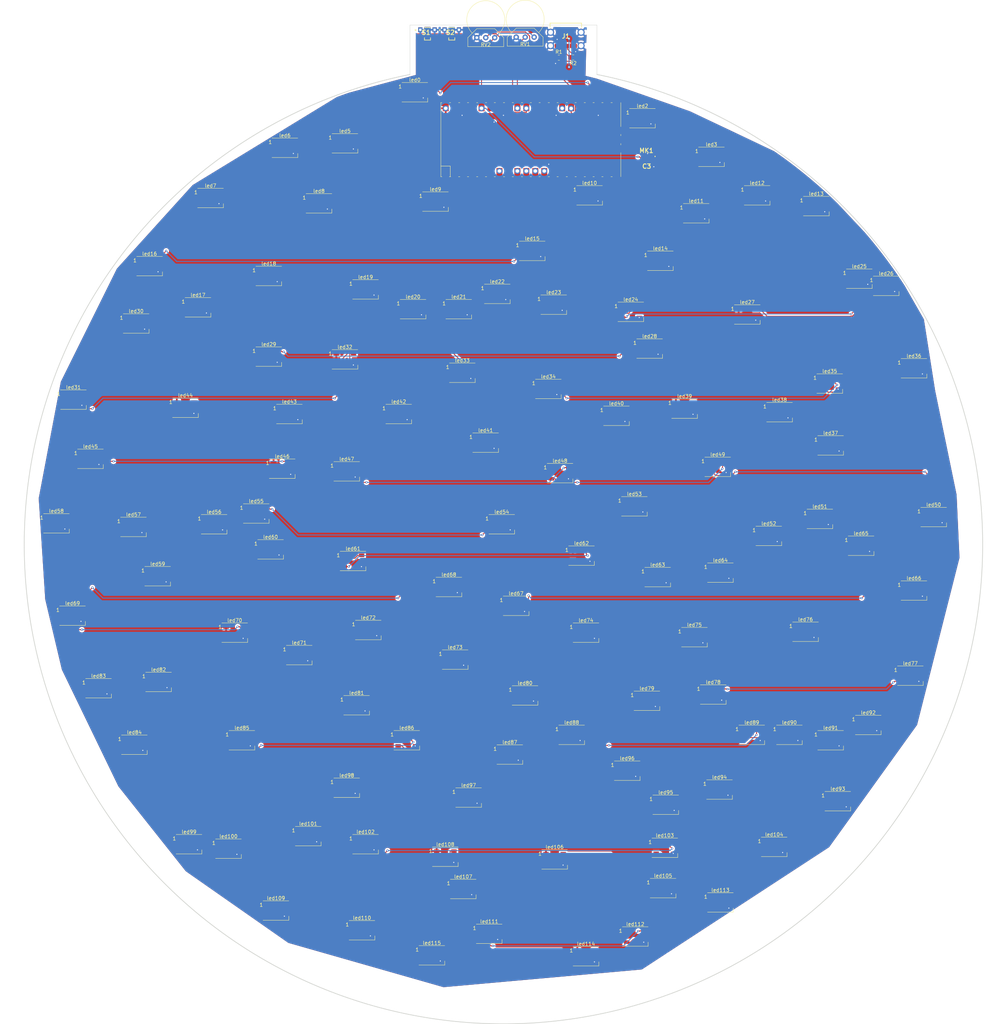
<source format=kicad_pcb>
(kicad_pcb (version 20211014) (generator pcbnew)
  (layers (0 "F.Cu" signal) (31 "B.Cu" signal) (34 "B.Paste" user) (35 "F.Paste" user) (36 "B.SilkS" user "B.Silkscreen") (37 "F.SilkS" user "F.Silkscreen") (38 "B.Mask" user) (39 "F.Mask" user) (44 "Edge.Cuts" user))
  (net 0 "")
  (net 1 "GND")
  (net 2 "5V")
  (net 3 "3V3")
  (net 4 "Net-(J1-PadA5)")
  (net 5 "Net-(J1-PadB5)")
  (net 6 "POT1_ADC")
  (net 7 "POT2_ADC")
  (net 8 "BTN_1")
  (net 10 "BTN_2")
  (net 12 "LED_CLK_1")
  (net 13 "LED_DATA_1")
  (net 25 "PDM_DATA")
  (net 26 "PDM_CLK")
  (net 36 "LINK00")
  (net 37 "LINK01")
  (net 38 "LINK02")
  (net 39 "LINK03")
  (net 40 "LINK04")
  (net 41 "LINK05")
  (net 42 "LINK06")
  (net 43 "LINK07")
  (net 44 "LINK08")
  (net 45 "LINK09")
  (net 46 "LINK10")
  (net 47 "LINK11")
  (net 48 "LINK12")
  (net 49 "LINK13")
  (net 50 "LINK14")
  (net 51 "LINK15")
  (net 52 "LINK16")
  (net 53 "LINK17")
  (net 54 "LINK18")
  (net 55 "LINK19")
  (net 56 "LINK20")
  (net 57 "LINK21")
  (net 58 "LINK22")
  (net 59 "LINK23")
  (net 60 "LINK24")
  (net 61 "LINK25")
  (net 62 "LINK26")
  (net 63 "LINK27")
  (net 64 "LINK28")
  (net 65 "LINK29")
  (net 66 "LINK30")
  (net 67 "LINK31")
  (net 68 "LINK32")
  (net 69 "LINK33")
  (net 70 "LINK34")
  (net 71 "LINK35")
  (net 72 "LINK36")
  (net 73 "LINK37")
  (net 74 "LINK38")
  (net 75 "LINK39")
  (net 76 "LINK40")
  (net 77 "LINK41")
  (net 78 "LINK42")
  (net 79 "LINK43")
  (net 80 "LINK44")
  (net 81 "LINK45")
  (net 82 "LINK46")
  (net 83 "LINK47")
  (net 84 "LINK48")
  (net 85 "LINK49")
  (net 86 "LINK50")
  (net 87 "LINK51")
  (net 88 "LINK52")
  (net 89 "LINK53")
  (net 90 "LINK54")
  (net 91 "LINK55")
  (net 92 "LINK56")
  (net 93 "LINK57")
  (net 94 "LINK58")
  (net 95 "LINK59")
  (net 96 "LINK60")
  (net 97 "LINK61")
  (net 98 "LINK62")
  (net 99 "LINK63")
  (net 100 "LINK64")
  (net 101 "LINK65")
  (net 102 "LINK66")
  (net 103 "LINK67")
  (net 104 "LINK68")
  (net 105 "LINK69")
  (net 106 "LINK70")
  (net 107 "LINK71")
  (net 108 "LINK72")
  (net 109 "LINK73")
  (net 110 "LINK74")
  (net 111 "LINK75")
  (net 112 "LINK76")
  (net 113 "LINK77")
  (net 114 "LINK78")
  (net 115 "LINK79")
  (net 116 "LINK80")
  (net 117 "LINK81")
  (net 118 "LINK82")
  (net 119 "LINK83")
  (net 120 "LINK84")
  (net 121 "LINK85")
  (net 122 "LINK86")
  (net 123 "LINK87")
  (net 124 "LINK88")
  (net 125 "LINK89")
  (net 126 "LINK90")
  (net 127 "LINK91")
  (net 128 "LINK92")
  (net 129 "LINK93")
  (net 130 "LINK94")
  (net 131 "LINK95")
  (net 132 "LINK96")
  (net 133 "LINK97")
  (net 134 "LINK98")
  (net 135 "LINK99")
  (net 136 "LINK100")
  (net 137 "LINK101")
  (net 138 "LINK102")
  (net 139 "LINK103")
  (net 140 "LINK104")
  (net 141 "LINK105")
  (net 142 "LINK106")
  (net 143 "LINK107")
  (net 144 "LINK108")
  (net 145 "LINK109")
  (net 146 "LINK110")
  (net 147 "LINK111")
  (net 148 "LINK112")
  (net 149 "LINK113")
  (net 150 "LINK114")
  (net 151 "LINK115")
  (net 152 "LINK116")
  (footprint "LED_WS2812B_PLCC4_5.0x5.0mm_P3.2mm" (layer "F.Cu") (at 67.818 93.726)
    (fp_text reference "led43")
    (fp_text value "LED_WS2812B_PLCC4_5.0x5.0mm_P3.2mm")
  )
  (footprint "LED_WS2812B_PLCC4_5.0x5.0mm_P3.2mm" (layer "F.Cu") (at 217.17 34.798)
    (fp_text reference "led13")
    (fp_text value "LED_WS2812B_PLCC4_5.0x5.0mm_P3.2mm")
  )
  (footprint "LED_WS2812B_PLCC4_5.0x5.0mm_P3.2mm" (layer "F.Cu") (at 183.134 36.83)
    (fp_text reference "led11")
    (fp_text value "LED_WS2812B_PLCC4_5.0x5.0mm_P3.2mm")
  )
  (footprint "LED_WS2812B_PLCC4_5.0x5.0mm_P3.2mm" (layer "F.Cu") (at 130.302 190.246)
    (fp_text reference "led87")
    (fp_text value "LED_WS2812B_PLCC4_5.0x5.0mm_P3.2mm")
  )
  (footprint "LED_WS2812B_PLCC4_5.0x5.0mm_P3.2mm" (layer "F.Cu") (at 103.378 2.54)
    (fp_text reference "led0")
    (fp_text value "LED_WS2812B_PLCC4_5.0x5.0mm_P3.2mm")
  )
  (footprint "LED_WS2812B_PLCC4_5.0x5.0mm_P3.2mm" (layer "F.Cu") (at 221.234 102.616)
    (fp_text reference "led37")
    (fp_text value "LED_WS2812B_PLCC4_5.0x5.0mm_P3.2mm")
  )
  (footprint "LED_WS2812B_PLCC4_5.0x5.0mm_P3.2mm" (layer "F.Cu") (at 147.828 184.658)
    (fp_text reference "led88")
    (fp_text value "LED_WS2812B_PLCC4_5.0x5.0mm_P3.2mm")
  )
  (footprint "LED_WS2812B_PLCC4_5.0x5.0mm_P3.2mm" (layer "F.Cu") (at 126.746 59.69)
    (fp_text reference "led22")
    (fp_text value "LED_WS2812B_PLCC4_5.0x5.0mm_P3.2mm")
  )
  (footprint "LED_WS2812B_PLCC4_5.0x5.0mm_P3.2mm" (layer "F.Cu") (at 229.87 131.064)
    (fp_text reference "led65")
    (fp_text value "LED_WS2812B_PLCC4_5.0x5.0mm_P3.2mm")
  )
  (footprint "LED_WS2812B_PLCC4_5.0x5.0mm_P3.2mm" (layer "F.Cu") (at 165.608 119.888)
    (fp_text reference "led53")
    (fp_text value "LED_WS2812B_PLCC4_5.0x5.0mm_P3.2mm")
  )
  (footprint "LED_WS2812B_PLCC4_5.0x5.0mm_P3.2mm" (layer "F.Cu") (at 84.074 109.982)
    (fp_text reference "led47")
    (fp_text value "LED_WS2812B_PLCC4_5.0x5.0mm_P3.2mm")
  )
  (footprint "LED_WS2812B_PLCC4_5.0x5.0mm_P3.2mm" (layer "F.Cu") (at 117.094 228.346)
    (fp_text reference "led107")
    (fp_text value "LED_WS2812B_PLCC4_5.0x5.0mm_P3.2mm")
  )
  (footprint "LED_WS2812B_PLCC4_5.0x5.0mm_P3.2mm" (layer "F.Cu") (at 172.212 139.954)
    (fp_text reference "led63")
    (fp_text value "LED_WS2812B_PLCC4_5.0x5.0mm_P3.2mm")
  )
  (footprint "LED_WS2812B_PLCC4_5.0x5.0mm_P3.2mm" (layer "F.Cu") (at 128.016 124.968)
    (fp_text reference "led54")
    (fp_text value "LED_WS2812B_PLCC4_5.0x5.0mm_P3.2mm")
  )
  (footprint "LED_WS2812B_PLCC4_5.0x5.0mm_P3.2mm" (layer "F.Cu") (at 13.716 171.45)
    (fp_text reference "led83")
    (fp_text value "LED_WS2812B_PLCC4_5.0x5.0mm_P3.2mm")
  )
  (footprint "LED_WS2812B_PLCC4_5.0x5.0mm_P3.2mm" (layer "F.Cu") (at 73.152 213.36)
    (fp_text reference "led101")
    (fp_text value "LED_WS2812B_PLCC4_5.0x5.0mm_P3.2mm")
  )
  (footprint "LED_WS2812B_PLCC4_5.0x5.0mm_P3.2mm" (layer "F.Cu") (at 218.186 123.444)
    (fp_text reference "led51")
    (fp_text value "LED_WS2812B_PLCC4_5.0x5.0mm_P3.2mm")
  )
  (footprint "LED_WS2812B_PLCC4_5.0x5.0mm_P3.2mm" (layer "F.Cu") (at 50.546 216.916)
    (fp_text reference "led100")
    (fp_text value "LED_WS2812B_PLCC4_5.0x5.0mm_P3.2mm")
  )
  (footprint "SamacSys_Parts:EVQ-9P701P" (layer "F.Cu") (at 106.97 -14.36)
    (fp_text reference "S1")
    (fp_text value "EVQ-9P701P" hide)
  )
  (footprint "LED_WS2812B_PLCC4_5.0x5.0mm_P3.2mm" (layer "F.Cu") (at 118.618 202.438)
    (fp_text reference "led97")
    (fp_text value "LED_WS2812B_PLCC4_5.0x5.0mm_P3.2mm")
  )
  (footprint "LED_WS2812B_PLCC4_5.0x5.0mm_P3.2mm" (layer "F.Cu") (at 46.482 124.968)
    (fp_text reference "led56")
    (fp_text value "LED_WS2812B_PLCC4_5.0x5.0mm_P3.2mm")
  )
  (footprint "LED_WS2812B_PLCC4_5.0x5.0mm_P3.2mm" (layer "F.Cu") (at 70.612 162.052)
    (fp_text reference "led71")
    (fp_text value "LED_WS2812B_PLCC4_5.0x5.0mm_P3.2mm")
  )
  (footprint "LED_WS2812B_PLCC4_5.0x5.0mm_P3.2mm" (layer "F.Cu") (at 39.37 215.646)
    (fp_text reference "led99")
    (fp_text value "LED_WS2812B_PLCC4_5.0x5.0mm_P3.2mm")
  )
  (footprint "LED_WS2812B_PLCC4_5.0x5.0mm_P3.2mm" (layer "F.Cu") (at 116.84 82.042)
    (fp_text reference "led33")
    (fp_text value "LED_WS2812B_PLCC4_5.0x5.0mm_P3.2mm")
  )
  (footprint "LED_WS2812B_PLCC4_5.0x5.0mm_P3.2mm" (layer "F.Cu") (at 198.882 184.658)
    (fp_text reference "led89")
    (fp_text value "LED_WS2812B_PLCC4_5.0x5.0mm_P3.2mm")
  )
  (footprint "Resistor_SMD:R_0805_2012Metric" (layer "F.Cu") (at 144.2 -7.26)
    (fp_text reference "R1")
    (fp_text value "R_US")
  )
  (footprint "LED_WS2812B_PLCC4_5.0x5.0mm_P3.2mm" (layer "F.Cu") (at 83.566 78.232)
    (fp_text reference "led32")
    (fp_text value "LED_WS2812B_PLCC4_5.0x5.0mm_P3.2mm")
  )
  (footprint "LED_WS2812B_PLCC4_5.0x5.0mm_P3.2mm" (layer "F.Cu") (at 86.868 176.276)
    (fp_text reference "led81")
    (fp_text value "LED_WS2812B_PLCC4_5.0x5.0mm_P3.2mm")
  )
  (footprint "LED_WS2812B_PLCC4_5.0x5.0mm_P3.2mm" (layer "F.Cu") (at 250.444 122.936)
    (fp_text reference "led50")
    (fp_text value "LED_WS2812B_PLCC4_5.0x5.0mm_P3.2mm")
  )
  (footprint "LED_WS2812B_PLCC4_5.0x5.0mm_P3.2mm" (layer "F.Cu") (at 84.074 199.644)
    (fp_text reference "led98")
    (fp_text value "LED_WS2812B_PLCC4_5.0x5.0mm_P3.2mm")
  )
  (footprint "LED_WS2812B_PLCC4_5.0x5.0mm_P3.2mm" (layer "F.Cu") (at 52.324 155.702)
    (fp_text reference "led70")
    (fp_text value "LED_WS2812B_PLCC4_5.0x5.0mm_P3.2mm")
  )
  (footprint "LED_WS2812B_PLCC4_5.0x5.0mm_P3.2mm" (layer "F.Cu") (at 98.806 93.726)
    (fp_text reference "led42")
    (fp_text value "LED_WS2812B_PLCC4_5.0x5.0mm_P3.2mm")
  )
  (footprint "LED_WS2812B_PLCC4_5.0x5.0mm_P3.2mm" (layer "F.Cu") (at 187.452 20.828)
    (fp_text reference "led3")
    (fp_text value "LED_WS2812B_PLCC4_5.0x5.0mm_P3.2mm")
  )
  (footprint "LED_WS2812B_PLCC4_5.0x5.0mm_P3.2mm" (layer "F.Cu") (at 30.734 169.672)
    (fp_text reference "led82")
    (fp_text value "LED_WS2812B_PLCC4_5.0x5.0mm_P3.2mm")
  )
  (footprint "LED_WS2812B_PLCC4_5.0x5.0mm_P3.2mm" (layer "F.Cu") (at 23.622 125.73)
    (fp_text reference "led57")
    (fp_text value "LED_WS2812B_PLCC4_5.0x5.0mm_P3.2mm")
  )
  (footprint "LED_WS2812B_PLCC4_5.0x5.0mm_P3.2mm" (layer "F.Cu") (at 28.194 51.816)
    (fp_text reference "led16")
    (fp_text value "LED_WS2812B_PLCC4_5.0x5.0mm_P3.2mm")
  )
  (footprint "LED_WS2812B_PLCC4_5.0x5.0mm_P3.2mm" (layer "F.Cu") (at 101.092 186.182)
    (fp_text reference "led86")
    (fp_text value "LED_WS2812B_PLCC4_5.0x5.0mm_P3.2mm")
  )
  (footprint "LED_WS2812B_PLCC4_5.0x5.0mm_P3.2mm" (layer "F.Cu") (at 114.808 163.322)
    (fp_text reference "led73")
    (fp_text value "LED_WS2812B_PLCC4_5.0x5.0mm_P3.2mm")
  )
  (footprint "LED_WS2812B_PLCC4_5.0x5.0mm_P3.2mm" (layer "F.Cu") (at 112.014 219.202)
    (fp_text reference "led108")
    (fp_text value "LED_WS2812B_PLCC4_5.0x5.0mm_P3.2mm")
  )
  (footprint "Varistor:3352T-1-104LF" (layer "F.Cu") (at 123.49 -12.94)
    (fp_text reference "RV2")
    (fp_text value "R_Potentiometer")
  )
  (footprint "LED_WS2812B_PLCC4_5.0x5.0mm_P3.2mm" (layer "F.Cu") (at 123.444 101.854)
    (fp_text reference "led41")
    (fp_text value "LED_WS2812B_PLCC4_5.0x5.0mm_P3.2mm")
  )
  (footprint "LED_WS2812B_PLCC4_5.0x5.0mm_P3.2mm" (layer "F.Cu") (at 229.362 55.372)
    (fp_text reference "led25")
    (fp_text value "LED_WS2812B_PLCC4_5.0x5.0mm_P3.2mm")
  )
  (footprint "LED_WS2812B_PLCC4_5.0x5.0mm_P3.2mm" (layer "F.Cu") (at 142.748 62.738)
    (fp_text reference "led23")
    (fp_text value "LED_WS2812B_PLCC4_5.0x5.0mm_P3.2mm")
  )
  (footprint "LED_WS2812B_PLCC4_5.0x5.0mm_P3.2mm" (layer "F.Cu") (at 189.992 232.156)
    (fp_text reference "led113")
    (fp_text value "LED_WS2812B_PLCC4_5.0x5.0mm_P3.2mm")
  )
  (footprint "LED_WS2812B_PLCC4_5.0x5.0mm_P3.2mm" (layer "F.Cu") (at 173.736 228.092)
    (fp_text reference "led105")
    (fp_text value "LED_WS2812B_PLCC4_5.0x5.0mm_P3.2mm")
  )
  (footprint "LED_WS2812B_PLCC4_5.0x5.0mm_P3.2mm" (layer "F.Cu") (at 214.122 155.448)
    (fp_text reference "led76")
    (fp_text value "LED_WS2812B_PLCC4_5.0x5.0mm_P3.2mm")
  )
  (footprint "LED_WS2812B_PLCC4_5.0x5.0mm_P3.2mm" (layer "F.Cu") (at 90.17 154.94)
    (fp_text reference "led72")
    (fp_text value "LED_WS2812B_PLCC4_5.0x5.0mm_P3.2mm")
  )
  (footprint "LED_WS2812B_PLCC4_5.0x5.0mm_P3.2mm" (layer "F.Cu") (at 6.35 150.876)
    (fp_text reference "led69")
    (fp_text value "LED_WS2812B_PLCC4_5.0x5.0mm_P3.2mm")
  )
  (footprint "LED_WS2812B_PLCC4_5.0x5.0mm_P3.2mm" (layer "F.Cu") (at 85.852 135.382)
    (fp_text reference "led61")
    (fp_text value "LED_WS2812B_PLCC4_5.0x5.0mm_P3.2mm")
  )
  (footprint "LED_WS2812B_PLCC4_5.0x5.0mm_P3.2mm" (layer "F.Cu") (at 64.008 234.442)
    (fp_text reference "led109")
    (fp_text value "LED_WS2812B_PLCC4_5.0x5.0mm_P3.2mm")
  )
  (footprint "LED_WS2812B_PLCC4_5.0x5.0mm_P3.2mm" (layer "F.Cu") (at 115.824 64.008)
    (fp_text reference "led21")
    (fp_text value "LED_WS2812B_PLCC4_5.0x5.0mm_P3.2mm")
  )
  (footprint "LED_WS2812B_PLCC4_5.0x5.0mm_P3.2mm" (layer "F.Cu") (at 206.756 93.218)
    (fp_text reference "led38")
    (fp_text value "LED_WS2812B_PLCC4_5.0x5.0mm_P3.2mm")
  )
  (footprint "LED_WS2812B_PLCC4_5.0x5.0mm_P3.2mm" (layer "F.Cu") (at 61.976 77.47)
    (fp_text reference "led29")
    (fp_text value "LED_WS2812B_PLCC4_5.0x5.0mm_P3.2mm")
  )
  (footprint "LED_WS2812B_PLCC4_5.0x5.0mm_P3.2mm" (layer "F.Cu") (at 223.266 203.454)
    (fp_text reference "led93")
    (fp_text value "LED_WS2812B_PLCC4_5.0x5.0mm_P3.2mm")
  )
  (footprint "LED_WS2812B_PLCC4_5.0x5.0mm_P3.2mm" (layer "F.Cu") (at 88.392 240.03)
    (fp_text reference "led110")
    (fp_text value "LED_WS2812B_PLCC4_5.0x5.0mm_P3.2mm")
  )
  (footprint "LED_WS2812B_PLCC4_5.0x5.0mm_P3.2mm" (layer "F.Cu") (at 189.738 200.152)
    (fp_text reference "led94")
    (fp_text value "LED_WS2812B_PLCC4_5.0x5.0mm_P3.2mm")
  )
  (footprint "SamacSys_Parts:USB4125GFA0190" (layer "F.Cu") (at 146.18 -13.66 180)
    (fp_text reference "J1")
    (fp_text value "USB4125-GF-A-0190" hide)
  )
  (footprint "LED_WS2812B_PLCC4_5.0x5.0mm_P3.2mm" (layer "F.Cu") (at 58.42 121.92)
    (fp_text reference "led55")
    (fp_text value "LED_WS2812B_PLCC4_5.0x5.0mm_P3.2mm")
  )
  (footprint "LED_WS2812B_PLCC4_5.0x5.0mm_P3.2mm" (layer "F.Cu") (at 89.408 58.42)
    (fp_text reference "led19")
    (fp_text value "LED_WS2812B_PLCC4_5.0x5.0mm_P3.2mm")
  )
  (footprint "Varistor:3352T-1-104LF" (layer "F.Cu") (at 134.66 -13.08)
    (fp_text reference "RV1")
    (fp_text value "R_Potentiometer")
  )
  (footprint "LED_WS2812B_PLCC4_5.0x5.0mm_P3.2mm" (layer "F.Cu") (at 189.992 138.684)
    (fp_text reference "led64")
    (fp_text value "LED_WS2812B_PLCC4_5.0x5.0mm_P3.2mm")
  )
  (footprint "LED_WS2812B_PLCC4_5.0x5.0mm_P3.2mm" (layer "F.Cu") (at 143.002 219.964)
    (fp_text reference "led106")
    (fp_text value "LED_WS2812B_PLCC4_5.0x5.0mm_P3.2mm")
  )
  (footprint "LED_WS2812B_PLCC4_5.0x5.0mm_P3.2mm" (layer "F.Cu") (at 164.592 64.77)
    (fp_text reference "led24")
    (fp_text value "LED_WS2812B_PLCC4_5.0x5.0mm_P3.2mm")
  )
  (footprint "LED_WS2812B_PLCC4_5.0x5.0mm_P3.2mm" (layer "F.Cu") (at 200.406 31.75)
    (fp_text reference "led12")
    (fp_text value "LED_WS2812B_PLCC4_5.0x5.0mm_P3.2mm")
  )
  (footprint "LED_WS2812B_PLCC4_5.0x5.0mm_P3.2mm" (layer "F.Cu") (at 172.974 50.292)
    (fp_text reference "led14")
    (fp_text value "LED_WS2812B_PLCC4_5.0x5.0mm_P3.2mm")
  )
  (footprint "LED_WS2812B_PLCC4_5.0x5.0mm_P3.2mm" (layer "F.Cu") (at 23.876 187.452)
    (fp_text reference "led84")
    (fp_text value "LED_WS2812B_PLCC4_5.0x5.0mm_P3.2mm")
  )
  (footprint "LED_WS2812B_PLCC4_5.0x5.0mm_P3.2mm" (layer "F.Cu") (at 102.87 64.008)
    (fp_text reference "led20")
    (fp_text value "LED_WS2812B_PLCC4_5.0x5.0mm_P3.2mm")
  )
  (footprint "LED_WS2812B_PLCC4_5.0x5.0mm_P3.2mm" (layer "F.Cu") (at 113.03 142.748)
    (fp_text reference "led68")
    (fp_text value "LED_WS2812B_PLCC4_5.0x5.0mm_P3.2mm")
  )
  (footprint "LED_WS2812B_PLCC4_5.0x5.0mm_P3.2mm" (layer "F.Cu") (at 54.356 186.182)
    (fp_text reference "led85")
    (fp_text value "LED_WS2812B_PLCC4_5.0x5.0mm_P3.2mm")
  )
  (footprint "LED_WS2812B_PLCC4_5.0x5.0mm_P3.2mm" (layer "F.Cu") (at 165.862 241.808)
    (fp_text reference "led112")
    (fp_text value "LED_WS2812B_PLCC4_5.0x5.0mm_P3.2mm")
  )
  (footprint "SamacSys_Parts:RPi_Pico_SMD_TH_removes2" (layer "F.Cu") (at 136.26 15.97 90)
    (fp_text reference "U1" hide)
    (fp_text value "Pico")
  )
  (footprint "LED_WS2812B_PLCC4_5.0x5.0mm_P3.2mm" (layer "F.Cu") (at 152.908 31.75)
    (fp_text reference "led10")
    (fp_text value "LED_WS2812B_PLCC4_5.0x5.0mm_P3.2mm")
  )
  (footprint "LED_WS2812B_PLCC4_5.0x5.0mm_P3.2mm" (layer "F.Cu") (at 189.23 108.712)
    (fp_text reference "led49")
    (fp_text value "LED_WS2812B_PLCC4_5.0x5.0mm_P3.2mm")
  )
  (footprint "LED_WS2812B_PLCC4_5.0x5.0mm_P3.2mm" (layer "F.Cu") (at 174.498 204.47)
    (fp_text reference "led95")
    (fp_text value "LED_WS2812B_PLCC4_5.0x5.0mm_P3.2mm")
  )
  (footprint "LED_WS2812B_PLCC4_5.0x5.0mm_P3.2mm" (layer "F.Cu") (at 41.91 63.5)
    (fp_text reference "led17")
    (fp_text value "LED_WS2812B_PLCC4_5.0x5.0mm_P3.2mm")
  )
  (footprint "LED_WS2812B_PLCC4_5.0x5.0mm_P3.2mm" (layer "F.Cu") (at 108.204 247.142)
    (fp_text reference "led115")
    (fp_text value "LED_WS2812B_PLCC4_5.0x5.0mm_P3.2mm")
  )
  (footprint "LED_WS2812B_PLCC4_5.0x5.0mm_P3.2mm" (layer "F.Cu") (at 163.576 194.818)
    (fp_text reference "led96")
    (fp_text value "LED_WS2812B_PLCC4_5.0x5.0mm_P3.2mm")
  )
  (footprint "LED_WS2812B_PLCC4_5.0x5.0mm_P3.2mm" (layer "F.Cu") (at 197.612 65.532)
    (fp_text reference "led27")
    (fp_text value "LED_WS2812B_PLCC4_5.0x5.0mm_P3.2mm")
  )
  (footprint "LED_WS2812B_PLCC4_5.0x5.0mm_P3.2mm" (layer "F.Cu") (at 62.484 132.08)
    (fp_text reference "led60")
    (fp_text value "LED_WS2812B_PLCC4_5.0x5.0mm_P3.2mm")
  )
  (footprint "LED_WS2812B_PLCC4_5.0x5.0mm_P3.2mm" (layer "F.Cu") (at 244.856 80.772)
    (fp_text reference "led36")
    (fp_text value "LED_WS2812B_PLCC4_5.0x5.0mm_P3.2mm")
  )
  (footprint "LED_WS2812B_PLCC4_5.0x5.0mm_P3.2mm" (layer "F.Cu") (at 209.55 184.658)
    (fp_text reference "led90")
    (fp_text value "LED_WS2812B_PLCC4_5.0x5.0mm_P3.2mm")
  )
  (footprint "LED_WS2812B_PLCC4_5.0x5.0mm_P3.2mm" (layer "F.Cu") (at 151.892 155.702)
    (fp_text reference "led74")
    (fp_text value "LED_WS2812B_PLCC4_5.0x5.0mm_P3.2mm")
  )
  (footprint "LED_WS2812B_PLCC4_5.0x5.0mm_P3.2mm" (layer "F.Cu") (at 61.976 54.61)
    (fp_text reference "led18")
    (fp_text value "LED_WS2812B_PLCC4_5.0x5.0mm_P3.2mm")
  )
  (footprint "LED_WS2812B_PLCC4_5.0x5.0mm_P3.2mm" (layer "F.Cu") (at 30.48 139.7)
    (fp_text reference "led59")
    (fp_text value "LED_WS2812B_PLCC4_5.0x5.0mm_P3.2mm")
  )
  (footprint "LED_WS2812B_PLCC4_5.0x5.0mm_P3.2mm" (layer "F.Cu") (at 205.232 216.408)
    (fp_text reference "led104")
    (fp_text value "LED_WS2812B_PLCC4_5.0x5.0mm_P3.2mm")
  )
  (footprint "LED_WS2812B_PLCC4_5.0x5.0mm_P3.2mm" (layer "F.Cu") (at 221.234 186.182)
    (fp_text reference "led91")
    (fp_text value "LED_WS2812B_PLCC4_5.0x5.0mm_P3.2mm")
  )
  (footprint "LED_WS2812B_PLCC4_5.0x5.0mm_P3.2mm" (layer "F.Cu") (at 89.408 215.646)
    (fp_text reference "led102")
    (fp_text value "LED_WS2812B_PLCC4_5.0x5.0mm_P3.2mm")
  )
  (footprint "LED_WS2812B_PLCC4_5.0x5.0mm_P3.2mm" (layer "F.Cu") (at 150.622 133.858)
    (fp_text reference "led62")
    (fp_text value "LED_WS2812B_PLCC4_5.0x5.0mm_P3.2mm")
  )
  (footprint "LED_WS2812B_PLCC4_5.0x5.0mm_P3.2mm" (layer "F.Cu") (at 141.224 86.614)
    (fp_text reference "led34")
    (fp_text value "LED_WS2812B_PLCC4_5.0x5.0mm_P3.2mm")
  )
  (footprint "LED_WS2812B_PLCC4_5.0x5.0mm_P3.2mm" (layer "F.Cu") (at 179.832 92.202)
    (fp_text reference "led39")
    (fp_text value "LED_WS2812B_PLCC4_5.0x5.0mm_P3.2mm")
  )
  (footprint "LED_WS2812B_PLCC4_5.0x5.0mm_P3.2mm" (layer "F.Cu") (at 144.526 110.49)
    (fp_text reference "led48")
    (fp_text value "LED_WS2812B_PLCC4_5.0x5.0mm_P3.2mm")
  )
  (footprint "LED_WS2812B_PLCC4_5.0x5.0mm_P3.2mm" (layer "F.Cu") (at 174.244 216.662)
    (fp_text reference "led103")
    (fp_text value "LED_WS2812B_PLCC4_5.0x5.0mm_P3.2mm")
  )
  (footprint "LED_WS2812B_PLCC4_5.0x5.0mm_P3.2mm" (layer "F.Cu") (at 83.566 17.018)
    (fp_text reference "led5")
    (fp_text value "LED_WS2812B_PLCC4_5.0x5.0mm_P3.2mm")
  )
  (footprint "LED_WS2812B_PLCC4_5.0x5.0mm_P3.2mm" (layer "F.Cu") (at 109.22 33.528)
    (fp_text reference "led9")
    (fp_text value "LED_WS2812B_PLCC4_5.0x5.0mm_P3.2mm")
  )
  (footprint "LED_WS2812B_PLCC4_5.0x5.0mm_P3.2mm" (layer "F.Cu") (at 45.466 32.512)
    (fp_text reference "led7")
    (fp_text value "LED_WS2812B_PLCC4_5.0x5.0mm_P3.2mm")
  )
  (footprint "LED_WS2812B_PLCC4_5.0x5.0mm_P3.2mm" (layer "F.Cu") (at 231.902 181.864)
    (fp_text reference "led92")
    (fp_text value "LED_WS2812B_PLCC4_5.0x5.0mm_P3.2mm")
  )
  (footprint "LED_WS2812B_PLCC4_5.0x5.0mm_P3.2mm" (layer "F.Cu") (at 66.548 18.288)
    (fp_text reference "led6")
    (fp_text value "LED_WS2812B_PLCC4_5.0x5.0mm_P3.2mm")
  )
  (footprint "LED_WS2812B_PLCC4_5.0x5.0mm_P3.2mm" (layer "F.Cu") (at 132.08 148.082)
    (fp_text reference "led67")
    (fp_text value "LED_WS2812B_PLCC4_5.0x5.0mm_P3.2mm")
  )
  (footprint "LED_WS2812B_PLCC4_5.0x5.0mm_P3.2mm" (layer "F.Cu") (at 76.2 34.036)
    (fp_text reference "led8")
    (fp_text value "LED_WS2812B_PLCC4_5.0x5.0mm_P3.2mm")
  )
  (footprint "LED_WS2812B_PLCC4_5.0x5.0mm_P3.2mm" (layer "F.Cu") (at 134.62 173.482)
    (fp_text reference "led80")
    (fp_text value "LED_WS2812B_PLCC4_5.0x5.0mm_P3.2mm")
  )
  (footprint "LED_WS2812B_PLCC4_5.0x5.0mm_P3.2mm" (layer "F.Cu") (at 38.354 91.948)
    (fp_text reference "led44")
    (fp_text value "LED_WS2812B_PLCC4_5.0x5.0mm_P3.2mm")
  )
  (footprint "LED_WS2812B_PLCC4_5.0x5.0mm_P3.2mm" (layer "F.Cu") (at 244.856 143.764)
    (fp_text reference "led66")
    (fp_text value "LED_WS2812B_PLCC4_5.0x5.0mm_P3.2mm")
  )
  (footprint "LED_WS2812B_PLCC4_5.0x5.0mm_P3.2mm" (layer "F.Cu") (at 243.84 167.894)
    (fp_text reference "led77")
    (fp_text value "LED_WS2812B_PLCC4_5.0x5.0mm_P3.2mm")
  )
  (footprint "LED_WS2812B_PLCC4_5.0x5.0mm_P3.2mm" (layer "F.Cu") (at 11.43 106.426)
    (fp_text reference "led45")
    (fp_text value "LED_WS2812B_PLCC4_5.0x5.0mm_P3.2mm")
  )
  (footprint "LED_WS2812B_PLCC4_5.0x5.0mm_P3.2mm" (layer "F.Cu") (at 124.46 241.046)
    (fp_text reference "led111")
    (fp_text value "LED_WS2812B_PLCC4_5.0x5.0mm_P3.2mm")
  )
  (footprint "LED_WS2812B_PLCC4_5.0x5.0mm_P3.2mm" (layer "F.Cu") (at 151.892 247.396)
    (fp_text reference "led114")
    (fp_text value "LED_WS2812B_PLCC4_5.0x5.0mm_P3.2mm")
  )
  (footprint "LED_WS2812B_PLCC4_5.0x5.0mm_P3.2mm" (layer "F.Cu") (at 203.708 128.27)
    (fp_text reference "led52")
    (fp_text value "LED_WS2812B_PLCC4_5.0x5.0mm_P3.2mm")
  )
  (footprint "LED_WS2812B_PLCC4_5.0x5.0mm_P3.2mm" (layer "F.Cu") (at 236.982 57.404)
    (fp_text reference "led26")
    (fp_text value "LED_WS2812B_PLCC4_5.0x5.0mm_P3.2mm")
  )
  (footprint "LED_WS2812B_PLCC4_5.0x5.0mm_P3.2mm" (layer "F.Cu") (at 187.96 173.228)
    (fp_text reference "led78")
    (fp_text value "LED_WS2812B_PLCC4_5.0x5.0mm_P3.2mm")
  )
  (footprint "LED_WS2812B_PLCC4_5.0x5.0mm_P3.2mm" (layer "F.Cu") (at 160.528 94.234)
    (fp_text reference "led40")
    (fp_text value "LED_WS2812B_PLCC4_5.0x5.0mm_P3.2mm")
  )
  (footprint "LED_WS2812B_PLCC4_5.0x5.0mm_P3.2mm" (layer "F.Cu") (at 136.652 47.498)
    (fp_text reference "led15")
    (fp_text value "LED_WS2812B_PLCC4_5.0x5.0mm_P3.2mm")
  )
  (footprint "LED_WS2812B_PLCC4_5.0x5.0mm_P3.2mm" (layer "F.Cu") (at 1.778 124.714)
    (fp_text reference "led58")
    (fp_text value "LED_WS2812B_PLCC4_5.0x5.0mm_P3.2mm")
  )
  (footprint "LED_WS2812B_PLCC4_5.0x5.0mm_P3.2mm" (layer "F.Cu") (at 167.894 9.906)
    (fp_text reference "led2")
    (fp_text value "LED_WS2812B_PLCC4_5.0x5.0mm_P3.2mm")
  )
  (footprint "Resistor_SMD:R_0805_2012Metric" (layer "F.Cu") (at 148.28 -7.33 180)
    (fp_text reference "R2")
    (fp_text value "R_US")
  )
  (footprint "SamacSys_Parts:CMM4737DT26186TR" (layer "F.Cu") (at 169.02 19.08 180)
    (fp_text reference "MK1")
    (fp_text value "CMM-4737DT-26186-TR" hide)
  )
  (footprint "LED_WS2812B_PLCC4_5.0x5.0mm_P3.2mm" (layer "F.Cu") (at 65.786 109.22)
    (fp_text reference "led46")
    (fp_text value "LED_WS2812B_PLCC4_5.0x5.0mm_P3.2mm")
  )
  (footprint "LED_WS2812B_PLCC4_5.0x5.0mm_P3.2mm" (layer "F.Cu") (at 24.384 68.072)
    (fp_text reference "led30")
    (fp_text value "LED_WS2812B_PLCC4_5.0x5.0mm_P3.2mm")
  )
  (footprint "LED_WS2812B_PLCC4_5.0x5.0mm_P3.2mm" (layer "F.Cu") (at 6.604 89.662)
    (fp_text reference "led31")
    (fp_text value "LED_WS2812B_PLCC4_5.0x5.0mm_P3.2mm")
  )
  (footprint "LED_WS2812B_PLCC4_5.0x5.0mm_P3.2mm" (layer "F.Cu") (at 169.164 175.006)
    (fp_text reference "led79")
    (fp_text value "LED_WS2812B_PLCC4_5.0x5.0mm_P3.2mm")
  )
  (footprint "LED_WS2812B_PLCC4_5.0x5.0mm_P3.2mm" (layer "F.Cu") (at 182.626 156.972)
    (fp_text reference "led75")
    (fp_text value "LED_WS2812B_PLCC4_5.0x5.0mm_P3.2mm")
  )
  (footprint "LED_WS2812B_PLCC4_5.0x5.0mm_P3.2mm" (layer "F.Cu") (at 220.98 85.09)
    (fp_text reference "led35")
    (fp_text value "LED_WS2812B_PLCC4_5.0x5.0mm_P3.2mm")
  )
  (footprint "SamacSys_Parts:CAPC2012X88N" (layer "F.Cu") (at 169.11 23.53)
    (fp_text reference "C3")
    (fp_text value "C0805C104M5RAC" hide)
  )
  (footprint "LED_WS2812B_PLCC4_5.0x5.0mm_P3.2mm" (layer "F.Cu") (at 169.926 75.184)
    (fp_text reference "led28")
    (fp_text value "LED_WS2812B_PLCC4_5.0x5.0mm_P3.2mm")
  )
  (footprint "SamacSys_Parts:EVQ-9P701P" (layer "F.Cu") (at 113.85 -14.36)
    (fp_text reference "S2")
    (fp_text value "EVQ-9P701P" hide)
  )
  (gr_line (start 155 -16.5) (end 155 -2.5) (layer "Edge.Cuts") (width 0.1))
  (gr_arc (start 155 -2.5) (mid 128.5 266.559016) (end 102 -2.5) (layer "Edge.Cuts") (width 0.2))
  (gr_line (start 102 -2.5) (end 102 -16.5) (layer "Edge.Cuts") (width 0.1))
  (gr_line (start 102 -16.5) (end 155 -16.5) (layer "Edge.Cuts") (width 0.1))
  (segment (start 145.148 64.338) (end 145.198 64.338) (width 0.25) (layer "F.Cu") (net 1))
  (segment (start 118.224 65.608) (end 118.274 65.608) (width 0.25) (layer "F.Cu") (net 1))
  (segment (start 68.948 19.888) (end 68.998 19.888) (width 0.25) (layer "F.Cu") (net 1))
  (segment (start 73.012 163.652) (end 73.062 163.652) (width 0.25) (layer "F.Cu") (net 1))
  (segment (start 139.052 49.098) (end 139.102 49.098) (width 0.25) (layer "F.Cu") (net 1))
  (segment (start 105.778 4.14) (end 105.828 4.14) (width 0.25) (layer "F.Cu") (net 1))
  (segment (start 143.43 -12.1428) (end 143.43 -10.58) (width 0.25) (layer "F.Cu") (net 1))
  (segment (start 64.884 133.68) (end 64.934 133.68) (width 0.25) (layer "F.Cu") (net 1))
  (segment (start 234.302 183.464) (end 234.352 183.464) (width 0.25) (layer "F.Cu") (net 1))
  (segment (start 64.376 56.21) (end 64.426 56.21) (width 0.25) (layer "F.Cu") (net 1))
  (segment (start 44.31 65.1) (end 44.36 65.1) (width 0.25) (layer "F.Cu") (net 1))
  (segment (start 88.252 136.982) (end 88.302 136.982) (width 0.25) (layer "F.Cu") (net 1))
  (segment (start 232.27 132.664) (end 232.32 132.664) (width 0.25) (layer "F.Cu") (net 1))
  (segment (start 246.24 169.494) (end 246.29 169.494) (width 0.25) (layer "F.Cu") (net 1))
  (segment (start 56.756 187.782) (end 56.806 187.782) (width 0.25) (layer "F.Cu") (net 1))
  (segment (start 9.004 91.262) (end 9.054 91.262) (width 0.25) (layer "F.Cu") (net 1))
  (segment (start 223.38 86.69) (end 223.43 86.69) (width 0.25) (layer "F.Cu") (net 1))
  (segment (start 105.27 65.608) (end 105.32 65.608) (width 0.25) (layer "F.Cu") (net 1))
  (segment (start 117.21 8.6513) (end 117.21 7.08) (width 0.25) (layer "F.Cu") (net 1))
  (segment (start 148.93 -10.58) (end 148.93 -8.9965) (width 0.25) (layer "F.Cu") (net 1))
  (segment (start 247.256 145.364) (end 247.306 145.364) (width 0.25) (layer "F.Cu") (net 1))
  (segment (start 129.146 61.29) (end 129.196 61.29) (width 0.25) (layer "F.Cu") (net 1))
  (segment (start 41.77 217.246) (end 41.82 217.246) (width 0.25) (layer "F.Cu") (net 1))
  (segment (start 211.95 186.258) (end 212 186.258) (width 0.25) (layer "F.Cu") (net 1))
  (segment (start 129.91 7.08) (end 129.91 8.2553) (width 0.25) (layer "F.Cu") (net 1))
  (segment (start 149.1925 -8.734) (end 149.1925 -7.33) (width 0.25) (layer "F.Cu") (net 1))
  (segment (start 90.792 241.63) (end 90.842 241.63) (width 0.25) (layer "F.Cu") (net 1))
  (segment (start 4.178 126.314) (end 4.228 126.314) (width 0.25) (layer "F.Cu") (net 1))
  (segment (start 128.5013 9.0789) (end 129.3249 8.2553) (width 0.25) (layer "F.Cu") (net 1))
  (segment (start 110.604 248.742) (end 110.654 248.742) (width 0.25) (layer "F.Cu") (net 1))
  (segment (start 137.02 175.082) (end 137.07 175.082) (width 0.25) (layer "F.Cu") (net 1))
  (segment (start 47.866 34.112) (end 47.916 34.112) (width 0.25) (layer "F.Cu") (net 1))
  (segment (start 171.1208 23.6454) (end 170.8607 23.6454) (width 0.25) (layer "F.Cu") (net 1))
  (segment (start 154.292 248.996) (end 154.342 248.996) (width 0.25) (layer "F.Cu") (net 1))
  (segment (start 220.586 125.044) (end 220.636 125.044) (width 0.25) (layer "F.Cu") (net 1))
  (segment (start 166.992 66.37) (end 167.042 66.37) (width 0.25) (layer "F.Cu") (net 1))
  (segment (start 170.8607 23.6454) (end 170.7453 23.53) (width 0.25) (layer "F.Cu") (net 1))
  (segment (start 175.374 51.892) (end 175.424 51.892) (width 0.25) (layer "F.Cu") (net 1))
  (segment (start 252.844 124.536) (end 252.894 124.536) (width 0.25) (layer "F.Cu") (net 1))
  (segment (start 126.86 242.646) (end 126.91 242.646) (width 0.25) (layer "F.Cu") (net 1))
  (segment (start 170.19 19.08) (end 170.19 19.905) (width 0.25) (layer "F.Cu") (net 1))
  (segment (start 170.19 17.43) (end 170.19 19.08) (width 0.25) (layer "F.Cu") (net 1))
  (segment (start 170.294 11.506) (end 170.344 11.506) (width 0.25) (layer "F.Cu") (net 1))
  (segment (start 146.926 112.09) (end 146.976 112.09) (width 0.25) (layer "F.Cu") (net 1))
  (segment (start 148.9616 -8.9649) (end 149.1925 -8.734) (width 0.25) (layer "F.Cu") (net 1))
  (segment (start 54.724 157.302) (end 54.774 157.302) (width 0.25) (layer "F.Cu") (net 1))
  (segment (start 155.31 8.9992) (end 155.31 7.08) (width 0.25) (layer "F.Cu") (net 1))
  (segment (start 142.6157 8.2553) (end 142.61 8.2553) (width 0.25) (layer "F.Cu") (net 1))
  (segment (start 16.116 173.05) (end 16.166 173.05) (width 0.25) (layer "F.Cu") (net 1))
  (segment (start 48.882 126.568) (end 48.932 126.568) (width 0.25) (layer "F.Cu") (net 1))
  (segment (start 85.966 79.832) (end 86.016 79.832) (width 0.25) (layer "F.Cu") (net 1))
  (segment (start 26.784 69.672) (end 26.834 69.672) (width 0.25) (layer "F.Cu") (net 1))
  (segment (start 92.57 156.54) (end 92.62 156.54) (width 0.25) (layer "F.Cu") (net 1))
  (segment (start 185.534 38.43) (end 185.584 38.43) (width 0.25) (layer "F.Cu") (net 1))
  (segment (start 171.564 176.606) (end 171.614 176.606) (width 0.25) (layer "F.Cu") (net 1))
  (segment (start 143.2875 -5.6351) (end 143.2875 -7.26) (width 0.25) (layer "F.Cu") (net 1))
  (segment (start 114.414 220.802) (end 114.464 220.802) (width 0.25) (layer "F.Cu") (net 1))
  (segment (start 172.326 76.784) (end 172.376 76.784) (width 0.25) (layer "F.Cu") (net 1))
  (segment (start 192.392 140.284) (end 192.442 140.284) (width 0.25) (layer "F.Cu") (net 1))
  (segment (start 119.24 83.642) (end 119.29 83.642) (width 0.25) (layer "F.Cu") (net 1))
  (segment (start 174.612 141.554) (end 174.662 141.554) (width 0.25) (layer "F.Cu") (net 1))
  (segment (start 132.702 191.846) (end 132.752 191.846) (width 0.25) (layer "F.Cu") (net 1))
  (segment (start 190.36 174.828) (end 190.41 174.828) (width 0.25) (layer "F.Cu") (net 1))
  (segment (start 121.018 204.038) (end 121.068 204.038) (width 0.25) (layer "F.Cu") (net 1))
  (segment (start 116.7824 9.0789) (end 117.21 8.6513) (width 0.25) (layer "F.Cu") (net 1))
  (segment (start 60.82 123.52) (end 60.87 123.52) (width 0.25) (layer "F.Cu") (net 1))
  (segment (start 202.806 33.35) (end 202.856 33.35) (width 0.25) (layer "F.Cu") (net 1))
  (segment (start 176.136 229.692) (end 176.186 229.692) (width 0.25) (layer "F.Cu") (net 1))
  (segment (start 91.808 60.02) (end 91.858 60.02) (width 0.25) (layer "F.Cu") (net 1))
  (segment (start 78.6 35.636) (end 78.65 35.636) (width 0.25) (layer "F.Cu") (net 1))
  (segment (start 143.624 88.214) (end 143.674 88.214) (width 0.25) (layer "F.Cu") (net 1))
  (segment (start 130.416 126.568) (end 130.466 126.568) (width 0.25) (layer "F.Cu") (net 1))
  (segment (start 169.3511 19.905) (end 170.19 19.905) (width 0.25) (layer "F.Cu") (net 1))
  (segment (start 219.57 36.398) (end 219.62 36.398) (width 0.25) (layer "F.Cu") (net 1))
  (segment (start 125.844 103.454) (end 125.894 103.454) (width 0.25) (layer "F.Cu") (net 1))
  (segment (start 134.48 149.682) (end 134.53 149.682) (width 0.25) (layer "F.Cu") (net 1))
  (segment (start 103.492 187.782) (end 103.542 187.782) (width 0.25) (layer "F.Cu") (net 1))
  (segment (start 68.186 110.82) (end 68.236 110.82) (width 0.25) (layer "F.Cu") (net 1))
  (segment (start 168.262 243.408) (end 168.312 243.408) (width 0.25) (layer "F.Cu") (net 1))
  (segment (start 52.946 218.516) (end 52.996 218.516) (width 0.25) (layer "F.Cu") (net 1))
  (segment (start 182.232 93.802) (end 182.282 93.802) (width 0.25) (layer "F.Cu") (net 1))
  (segment (start 86.474 201.244) (end 86.524 201.244) (width 0.25) (layer "F.Cu") (net 1))
  (segment (start 91.808 217.246) (end 91.858 217.246) (width 0.25) (layer "F.Cu") (net 1))
  (segment (start 200.012 67.132) (end 200.062 67.132) (width 0.25) (layer "F.Cu") (net 1))
  (segment (start 148.93 -8.9965) (end 148.9616 -8.9649) (width 0.25) (layer "F.Cu") (net 1))
  (segment (start 8.75 152.476) (end 8.8 152.476) (width 0.25) (layer "F.Cu") (net 1))
  (segment (start 26.276 189.052) (end 26.326 189.052) (width 0.25) (layer "F.Cu") (net 1))
  (segment (start 142.61 7.08) (end 142.61 8.2553) (width 0.25) (layer "F.Cu") (net 1))
  (segment (start 13.83 108.026) (end 13.88 108.026) (width 0.25) (layer "F.Cu") (net 1))
  (segment (start 216.522 157.048) (end 216.572 157.048) (width 0.25) (layer "F.Cu") (net 1))
  (segment (start 155.308 33.35) (end 155.358 33.35) (width 0.25) (layer "F.Cu") (net 1))
  (segment (start 85.966 18.618) (end 86.016 18.618) (width 0.25) (layer "F.Cu") (net 1))
  (segment (start 143.2723 -5.6199) (end 143.2875 -5.6351) (width 0.25) (layer "F.Cu") (net 1))
  (segment (start 192.392 233.756) (end 192.442 233.756) (width 0.25) (layer "F.Cu") (net 1))
  (segment (start 64.376 79.07) (end 64.426 79.07) (width 0.25) (layer "F.Cu") (net 1))
  (segment (start 115.43 144.348) (end 115.48 144.348) (width 0.25) (layer "F.Cu") (net 1))
  (segment (start 223.634 104.216) (end 223.684 104.216) (width 0.25) (layer "F.Cu") (net 1))
  (segment (start 86.474 111.582) (end 86.524 111.582) (width 0.25) (layer "F.Cu") (net 1))
  (segment (start 101.206 95.326) (end 101.256 95.326) (width 0.25) (layer "F.Cu") (net 1))
  (segment (start 70.218 95.326) (end 70.268 95.326) (width 0.25) (layer "F.Cu") (net 1))
  (segment (start 165.976 196.418) (end 166.026 196.418) (width 0.25) (layer "F.Cu") (net 1))
  (segment (start 191.63 110.312) (end 191.68 110.312) (width 0.25) (layer "F.Cu") (net 1))
  (segment (start 201.282 186.258) (end 201.332 186.258) (width 0.25) (layer "F.Cu") (net 1))
  (segment (start 207.632 218.008) (end 207.682 218.008) (width 0.25) (layer "F.Cu") (net 1))
  (segment (start 176.898 206.07) (end 176.948 206.07) (width 0.25) (layer "F.Cu") (net 1))
  (segment (start 26.022 127.33) (end 26.072 127.33) (width 0.25) (layer "F.Cu") (net 1))
  (segment (start 119.494 229.946) (end 119.544 229.946) (width 0.25) (layer "F.Cu") (net 1))
  (segment (start 143.4393 9.0789) (end 142.6157 8.2553) (width 0.25) (layer "F.Cu") (net 1))
  (segment (start 111.62 35.128) (end 111.67 35.128) (width 0.25) (layer "F.Cu") (net 1))
  (segment (start 143.7294 -12.4422) (end 143.43 -12.1428) (width 0.25) (layer "F.Cu") (net 1))
  (segment (start 239.382 59.004) (end 239.432 59.004) (width 0.25) (layer "F.Cu") (net 1))
  (segment (start 40.754 93.548) (end 40.804 93.548) (width 0.25) (layer "F.Cu") (net 1))
  (segment (start 192.138 201.752) (end 192.188 201.752) (width 0.25) (layer "F.Cu") (net 1))
  (segment (start 231.762 56.972) (end 231.812 56.972) (width 0.25) (layer "F.Cu") (net 1))
  (segment (start 162.928 95.834) (end 162.978 95.834) (width 0.25) (layer "F.Cu") (net 1))
  (segment (start 169.91 23.53) (end 170.7453 23.53) (width 0.25) (layer "F.Cu") (net 1))
  (segment (start 176.644 218.262) (end 176.694 218.262) (width 0.25) (layer "F.Cu") (net 1))
  (segment (start 33.134 171.272) (end 33.184 171.272) (width 0.25) (layer "F.Cu") (net 1))
  (segment (start 185.026 158.572) (end 185.076 158.572) (width 0.25) (layer "F.Cu") (net 1))
  (segment (start 170.19 19.905) (end 170.19 20.73) (width 0.25) (layer "F.Cu") (net 1))
  (segment (start 30.594 53.416) (end 30.644 53.416) (width 0.25) (layer "F.Cu") (net 1))
  (segment (start 154.292 157.302) (end 154.342 157.302) (width 0.25) (layer "F.Cu") (net 1))
  (segment (start 89.268 177.876) (end 89.318 177.876) (width 0.25) (layer "F.Cu") (net 1))
  (segment (start 168.008 121.488) (end 168.058 121.488) (width 0.25) (layer "F.Cu") (net 1))
  (segment (start 206.108 129.87) (end 206.158 129.87) (width 0.25) (layer "F.Cu") (net 1))
  (segment (start 223.634 187.782) (end 223.684 187.782) (width 0.25) (layer "F.Cu") (net 1))
  (segment (start 225.666 205.054) (end 225.716 205.054) (width 0.25) (layer "F.Cu") (net 1))
  (segment (start 155.3897 9.0789) (end 155.31 8.9992) (width 0.25) (layer "F.Cu") (net 1))
  (segment (start 209.156 94.818) (end 209.206 94.818) (width 0.25) (layer "F.Cu") (net 1))
  (segment (start 117.208 164.922) (end 117.258 164.922) (width 0.25) (layer "F.Cu") (net 1))
  (segment (start 150.228 186.258) (end 150.278 186.258) (width 0.25) (layer "F.Cu") (net 1))
  (segment (start 247.256 82.372) (end 247.306 82.372) (width 0.25) (layer "F.Cu") (net 1))
  (segment (start 32.88 141.3) (end 32.93 141.3) (width 0.25) (layer "F.Cu") (net 1))
  (segment (start 75.552 214.96) (end 75.602 214.96) (width 0.25) (layer "F.Cu") (net 1))
  (segment (start 145.402 221.564) (end 145.452 221.564) (width 0.25) (layer "F.Cu") (net 1))
  (segment (start 189.852 22.428) (end 189.902 22.428) (width 0.25) (layer "F.Cu") (net 1))
  (segment (start 129.3249 8.2553) (end 129.91 8.2553) (width 0.25) (layer "F.Cu") (net 1))
  (segment (start 66.408 236.042) (end 66.458 236.042) (width 0.25) (layer "F.Cu") (net 1))
  (segment (start 153.022 135.458) (end 153.072 135.458) (width 0.25) (layer "F.Cu") (net 1))
  (via (at 137.02 175.082) (size 0.6) (drill 0.3) (layers "F.Cu" "B.Cu") (net 1))
  (via (at 154.292 248.996) (size 0.6) (drill 0.3) (layers "F.Cu" "B.Cu") (net 1))
  (via (at 117.208 164.922) (size 0.6) (drill 0.3) (layers "F.Cu" "B.Cu") (net 1))
  (via (at 119.24 83.642) (size 0.6) (drill 0.3) (layers "F.Cu" "B.Cu") (net 1))
  (via (at 88.252 136.982) (size 0.6) (drill 0.3) (layers "F.Cu" "B.Cu") (net 1))
  (via (at 16.116 173.05) (size 0.6) (drill 0.3) (layers "F.Cu" "B.Cu") (net 1))
  (via (at 32.88 141.3) (size 0.6) (drill 0.3) (layers "F.Cu" "B.Cu") (net 1))
  (via (at 52.946 218.516) (size 0.6) (drill 0.3) (layers "F.Cu" "B.Cu") (net 1))
  (via (at 252.844 124.536) (size 0.6) (drill 0.3) (layers "F.Cu" "B.Cu") (net 1))
  (via (at 223.634 104.216) (size 0.6) (drill 0.3) (layers "F.Cu" "B.Cu") (net 1))
  (via (at 231.762 56.972) (size 0.6) (drill 0.3) (layers "F.Cu" "B.Cu") (net 1))
  (via (at 4.178 126.314) (size 0.6) (drill 0.3) (layers "F.Cu" "B.Cu") (net 1))
  (via (at 64.376 56.21) (size 0.6) (drill 0.3) (layers "F.Cu" "B.Cu") (net 1))
  (via (at 216.522 157.048) (size 0.6) (drill 0.3) (layers "F.Cu" "B.Cu") (net 1))
  (via (at 119.494 229.946) (size 0.6) (drill 0.3) (layers "F.Cu" "B.Cu") (net 1))
  (via (at 190.36 174.828) (size 0.6) (drill 0.3) (layers "F.Cu" "B.Cu") (net 1))
  (via (at 68.186 110.82) (size 0.6) (drill 0.3) (layers "F.Cu" "B.Cu") (net 1))
  (via (at 105.778 4.14) (size 0.6) (drill 0.3) (layers "F.Cu" "B.Cu") (net 1))
  (via (at 85.966 79.832) (size 0.6) (drill 0.3) (layers "F.Cu" "B.Cu") (net 1))
  (via (at 114.414 220.802) (size 0.6) (drill 0.3) (layers "F.Cu" "B.Cu") (net 1))
  (via (at 90.792 241.63) (size 0.6) (drill 0.3) (layers "F.Cu" "B.Cu") (net 1))
  (via (at 165.976 196.418) (size 0.6) (drill 0.3) (layers "F.Cu" "B.Cu") (net 1))
  (via (at 75.552 214.96) (size 0.6) (drill 0.3) (layers "F.Cu" "B.Cu") (net 1))
  (via (at 176.644 218.262) (size 0.6) (drill 0.3) (layers "F.Cu" "B.Cu") (net 1))
  (via (at 209.156 94.818) (size 0.6) (drill 0.3) (layers "F.Cu" "B.Cu") (net 1))
  (via (at 155.308 33.35) (size 0.6) (drill 0.3) (layers "F.Cu" "B.Cu") (net 1))
  (via (at 8.75 152.476) (size 0.6) (drill 0.3) (layers "F.Cu" "B.Cu") (net 1))
  (via (at 115.43 144.348) (size 0.6) (drill 0.3) (layers "F.Cu" "B.Cu") (net 1))
  (via (at 192.392 233.756) (size 0.6) (drill 0.3) (layers "F.Cu" "B.Cu") (net 1))
  (via (at 33.134 171.272) (size 0.6) (drill 0.3) (layers "F.Cu" "B.Cu") (net 1))
  (via (at 56.756 187.782) (size 0.6) (drill 0.3) (layers "F.Cu" "B.Cu") (net 1))
  (via (at 225.666 205.054) (size 0.6) (drill 0.3) (layers "F.Cu" "B.Cu") (net 1))
  (via (at 89.268 177.876) (size 0.6) (drill 0.3) (layers "F.Cu" "B.Cu") (net 1))
  (via (at 176.136 229.692) (size 0.6) (drill 0.3) (layers "F.Cu" "B.Cu") (net 1))
  (via (at 246.24 169.494) (size 0.6) (drill 0.3) (layers "F.Cu" "B.Cu") (net 1))
  (via (at 145.148 64.338) (size 0.6) (drill 0.3) (layers "F.Cu" "B.Cu") (net 1))
  (via (at 64.376 79.07) (size 0.6) (drill 0.3) (layers "F.Cu" "B.Cu") (net 1))
  (via (at 247.256 82.372) (size 0.6) (drill 0.3) (layers "F.Cu" "B.Cu") (net 1))
  (via (at 134.48 149.682) (size 0.6) (drill 0.3) (layers "F.Cu" "B.Cu") (net 1))
  (via (at 116.7824 9.0789) (size 0.6) (drill 0.3) (layers "F.Cu" "B.Cu") (net 1))
  (via (at 40.754 93.548) (size 0.6) (drill 0.3) (layers "F.Cu" "B.Cu") (net 1))
  (via (at 60.82 123.52) (size 0.6) (drill 0.3) (layers "F.Cu" "B.Cu") (net 1))
  (via (at 92.57 156.54) (size 0.6) (drill 0.3) (layers "F.Cu" "B.Cu") (net 1))
  (via (at 26.784 69.672) (size 0.6) (drill 0.3) (layers "F.Cu" "B.Cu") (net 1))
  (via (at 172.326 76.784) (size 0.6) (drill 0.3) (layers "F.Cu" "B.Cu") (net 1))
  (via (at 139.052 49.098) (size 0.6) (drill 0.3) (layers "F.Cu" "B.Cu") (net 1))
  (via (at 73.012 163.652) (size 0.6) (drill 0.3) (layers "F.Cu" "B.Cu") (net 1))
  (via (at 153.022 135.458) (size 0.6) (drill 0.3) (layers "F.Cu" "B.Cu") (net 1))
  (via (at 223.634 187.782) (size 0.6) (drill 0.3) (layers "F.Cu" "B.Cu") (net 1))
  (via (at 64.884 133.68) (size 0.6) (drill 0.3) (layers "F.Cu" "B.Cu") (net 1))
  (via (at 91.808 60.02) (size 0.6) (drill 0.3) (layers "F.Cu" "B.Cu") (net 1))
  (via (at 239.382 59.004) (size 0.6) (drill 0.3) (layers "F.Cu" "B.Cu") (net 1))
  (via (at 121.018 204.038) (size 0.6) (drill 0.3) (layers "F.Cu" "B.Cu") (net 1))
  (via (at 125.844 10.998) (size 0.6) (drill 0.3) (layers "F.Cu" "B.Cu") (net 1))
  (via (at 143.624 88.214) (size 0.6) (drill 0.3) (layers "F.Cu" "B.Cu") (net 1))
  (via (at 126.86 242.646) (size 0.6) (drill 0.3) (layers "F.Cu" "B.Cu") (net 1))
  (via (at 176.898 206.07) (size 0.6) (drill 0.3) (layers "F.Cu" "B.Cu") (net 1))
  (via (at 185.534 38.43) (size 0.6) (drill 0.3) (layers "F.Cu" "B.Cu") (net 1))
  (via (at 202.806 33.35) (size 0.6) (drill 0.3) (layers "F.Cu" "B.Cu") (net 1))
  (via (at 170.294 11.506) (size 0.6) (drill 0.3) (layers "F.Cu" "B.Cu") (net 1))
  (via (at 219.57 36.398) (size 0.6) (drill 0.3) (layers "F.Cu" "B.Cu") (net 1))
  (via (at 13.83 108.026) (size 0.6) (drill 0.3) (layers "F.Cu" "B.Cu") (net 1))
  (via (at 247.256 145.364) (size 0.6) (drill 0.3) (layers "F.Cu" "B.Cu") (net 1))
  (via (at 78.6 35.636) (size 0.6) (drill 0.3) (layers "F.Cu" "B.Cu") (net 1))
  (via (at 175.374 51.892) (size 0.6) (drill 0.3) (layers "F.Cu" "B.Cu") (net 1))
  (via (at 168.008 121.488) (size 0.6) (drill 0.3) (layers "F.Cu" "B.Cu") (net 1))
  (via (at 143.4393 9.0789) (size 0.6) (drill 0.3) (layers "F.Cu" "B.Cu") (net 1))
  (via (at 128.5013 9.0789) (size 0.6) (drill 0.3) (layers "F.Cu" "B.Cu") (net 1))
  (via (at 86.474 201.244) (size 0.6) (drill 0.3) (layers "F.Cu" "B.Cu") (net 1))
  (via (at 168.262 243.408) (size 0.6) (drill 0.3) (layers "F.Cu" "B.Cu") (net 1))
  (via (at 148.9616 -8.9649) (size 0.6) (drill 0.3) (layers "F.Cu" "B.Cu") (net 1))
  (via (at 206.108 129.87) (size 0.6) (drill 0.3) (layers "F.Cu" "B.Cu") (net 1))
  (via (at 86.474 111.582) (size 0.6) (drill 0.3) (layers "F.Cu" "B.Cu") (net 1))
  (via (at 26.276 189.052) (size 0.6) (drill 0.3) (layers "F.Cu" "B.Cu") (net 1))
  (via (at 9.004 91.262) (size 0.6) (drill 0.3) (layers "F.Cu" "B.Cu") (net 1))
  (via (at 191.63 110.312) (size 0.6) (drill 0.3) (layers "F.Cu" "B.Cu") (net 1))
  (via (at 44.31 65.1) (size 0.6) (drill 0.3) (layers "F.Cu" "B.Cu") (net 1))
  (via (at 110.604 248.742) (size 0.6) (drill 0.3) (layers "F.Cu" "B.Cu") (net 1))
  (via (at 68.948 19.888) (size 0.6) (drill 0.3) (layers "F.Cu" "B.Cu") (net 1))
  (via (at 103.492 187.782) (size 0.6) (drill 0.3) (layers "F.Cu" "B.Cu") (net 1))
  (via (at 143.2723 -5.6199) (size 0.6) (drill 0.3) (layers "F.Cu" "B.Cu") (net 1))
  (via (at 26.022 127.33) (size 0.6) (drill 0.3) (layers "F.Cu" "B.Cu") (net 1))
  (via (at 192.138 201.752) (size 0.6) (drill 0.3) (layers "F.Cu" "B.Cu") (net 1))
  (via (at 41.77 217.246) (size 0.6) (drill 0.3) (layers "F.Cu" "B.Cu") (net 1))
  (via (at 145.402 221.564) (size 0.6) (drill 0.3) (layers "F.Cu" "B.Cu") (net 1))
  (via (at 232.27 132.664) (size 0.6) (drill 0.3) (layers "F.Cu" "B.Cu") (net 1))
  (via (at 129.146 61.29) (size 0.6) (drill 0.3) (layers "F.Cu" "B.Cu") (net 1))
  (via (at 207.632 218.008) (size 0.6) (drill 0.3) (layers "F.Cu" "B.Cu") (net 1))
  (via (at 171.564 176.606) (size 0.6) (drill 0.3) (layers "F.Cu" "B.Cu") (net 1))
  (via (at 182.232 93.802) (size 0.6) (drill 0.3) (layers "F.Cu" "B.Cu") (net 1))
  (via (at 150.228 186.258) (size 0.6) (drill 0.3) (layers "F.Cu" "B.Cu") (net 1))
  (via (at 30.594 53.416) (size 0.6) (drill 0.3) (layers "F.Cu" "B.Cu") (net 1))
  (via (at 54.724 157.302) (size 0.6) (drill 0.3) (layers "F.Cu" "B.Cu") (net 1))
  (via (at 118.224 65.608) (size 0.6) (drill 0.3) (layers "F.Cu" "B.Cu") (net 1))
  (via (at 101.206 95.326) (size 0.6) (drill 0.3) (layers "F.Cu" "B.Cu") (net 1))
  (via (at 66.408 236.042) (size 0.6) (drill 0.3) (layers "F.Cu" "B.Cu") (net 1))
  (via (at 189.852 22.428) (size 0.6) (drill 0.3) (layers "F.Cu" "B.Cu") (net 1))
  (via (at 125.844 103.454) (size 0.6) (drill 0.3) (layers "F.Cu" "B.Cu") (net 1))
  (via (at 105.27 65.608) (size 0.6) (drill 0.3) (layers "F.Cu" "B.Cu") (net 1))
  (via (at 132.702 191.846) (size 0.6) (drill 0.3) (layers "F.Cu" "B.Cu") (net 1))
  (via (at 169.3511 19.905) (size 0.6) (drill 0.3) (layers "F.Cu" "B.Cu") (net 1))
  (via (at 154.292 157.302) (size 0.6) (drill 0.3) (layers "F.Cu" "B.Cu") (net 1))
  (via (at 91.808 217.246) (size 0.6) (drill 0.3) (layers "F.Cu" "B.Cu") (net 1))
  (via (at 171.1208 23.6454) (size 0.6) (drill 0.3) (layers "F.Cu" "B.Cu") (net 1))
  (via (at 141.338 22.936) (size 0.6) (drill 0.3) (layers "F.Cu" "B.Cu") (net 1))
  (via (at 130.416 126.568) (size 0.6) (drill 0.3) (layers "F.Cu" "B.Cu") (net 1))
  (via (at 192.392 140.284) (size 0.6) (drill 0.3) (layers "F.Cu" "B.Cu") (net 1))
  (via (at 85.966 18.618) (size 0.6) (drill 0.3) (layers "F.Cu" "B.Cu") (net 1))
  (via (at 111.62 35.128) (size 0.6) (drill 0.3) (layers "F.Cu" "B.Cu") (net 1))
  (via (at 200.012 67.132) (size 0.6) (drill 0.3) (layers "F.Cu" "B.Cu") (net 1))
  (via (at 143.7294 -12.4422) (size 0.6) (drill 0.3) (layers "F.Cu" "B.Cu") (net 1))
  (via (at 155.3897 9.0789) (size 0.6) (drill 0.3) (layers "F.Cu" "B.Cu") (net 1))
  (via (at 48.882 126.568) (size 0.6) (drill 0.3) (layers "F.Cu" "B.Cu") (net 1))
  (via (at 146.926 112.09) (size 0.6) (drill 0.3) (layers "F.Cu" "B.Cu") (net 1))
  (via (at 70.218 95.326) (size 0.6) (drill 0.3) (layers "F.Cu" "B.Cu") (net 1))
  (via (at 234.302 183.464) (size 0.6) (drill 0.3) (layers "F.Cu" "B.Cu") (net 1))
  (via (at 166.992 66.37) (size 0.6) (drill 0.3) (layers "F.Cu" "B.Cu") (net 1))
  (via (at 211.95 186.258) (size 0.6) (drill 0.3) (layers "F.Cu" "B.Cu") (net 1))
  (via (at 174.612 141.554) (size 0.6) (drill 0.3) (layers "F.Cu" "B.Cu") (net 1))
  (via (at 223.38 86.69) (size 0.6) (drill 0.3) (layers "F.Cu" "B.Cu") (net 1))
  (via (at 162.928 95.834) (size 0.6) (drill 0.3) (layers "F.Cu" "B.Cu") (net 1))
  (via (at 201.282 186.258) (size 0.6) (drill 0.3) (layers "F.Cu" "B.Cu") (net 1))
  (via (at 185.026 158.572) (size 0.6) (drill 0.3) (layers "F.Cu" "B.Cu") (net 1))
  (via (at 47.866 34.112) (size 0.6) (drill 0.3) (layers "F.Cu" "B.Cu") (net 1))
  (via (at 220.586 125.044) (size 0.6) (drill 0.3) (layers "F.Cu" "B.Cu") (net 1))
  (via (at 147.09 -4.61) (size 0.8) (drill 0.4) (layers "F.Cu" "B.Cu") (net 2))
  (via (at 147.09 -12.64) (size 0.8) (drill 0.4) (layers "F.Cu" "B.Cu") (net 2))
  (segment (start 147.09 -4.61) (end 147.09 -12.64) (width 0.25) (layer "B.Cu") (net 2))
  (segment (start 167.0614 20.8448) (end 167.3983 21.1817) (width 0.25) (layer "F.Cu") (net 3))
  (segment (start 166.6353 20.8448) (end 167.0614 20.8448) (width 0.25) (layer "F.Cu") (net 3))
  (segment (start 126.03 -12.94) (end 122.29 -9.2) (width 0.25) (layer "F.Cu") (net 3))
  (segment (start 168.31 23.53) (end 168.31 21.5149) (width 0.25) (layer "F.Cu") (net 3))
  (segment (start 167.95 20.63) (end 167.3983 21.1817) (width 0.25) (layer "F.Cu") (net 3))
  (segment (start 168.31 21.5149) (end 168.5725 21.2524) (width 0.25) (layer "F.Cu") (net 3))
  (segment (start 122.29 -9.2) (end 122.29 7.08) (width 0.25) (layer "F.Cu") (net 3))
  (segment (start 167.95 20.63) (end 168.5725 21.2524) (width 0.25) (layer "F.Cu") (net 3))
  (via (at 166.6353 20.8448) (size 0.6) (drill 0.3) (layers "F.Cu" "B.Cu") (net 3))
  (segment (start 122.29 7.08) (end 123.4653 7.08) (width 0.25) (layer "B.Cu") (net 3))
  (segment (start 123.4653 7.08) (end 137.2301 20.8448) (width 0.25) (layer "B.Cu") (net 3))
  (segment (start 136.1114 -14.1686) (end 127.2586 -14.1686) (width 0.25) (layer "B.Cu") (net 3))
  (segment (start 137.2 -13.08) (end 136.1114 -14.1686) (width 0.25) (layer "B.Cu") (net 3))
  (segment (start 127.2586 -14.1686) (end 126.03 -12.94) (width 0.25) (layer "B.Cu") (net 3))
  (segment (start 137.2301 20.8448) (end 166.6353 20.8448) (width 0.25) (layer "B.Cu") (net 3))
  (segment (start 148.2116 -6.6449) (end 147.8186 -6.2519) (width 0.25) (layer "F.Cu") (net 4))
  (segment (start 148.2116 -8.1231) (end 148.2116 -6.6449) (width 0.25) (layer "F.Cu") (net 4))
  (segment (start 146.1206 -6.2519) (end 145.1125 -7.26) (width 0.25) (layer "F.Cu") (net 4))
  (segment (start 146.68 -9.6547) (end 148.2116 -8.1231) (width 0.25) (layer "F.Cu") (net 4))
  (segment (start 147.8186 -6.2519) (end 146.1206 -6.2519) (width 0.25) (layer "F.Cu") (net 4))
  (segment (start 146.68 -10.58) (end 146.68 -9.6547) (width 0.25) (layer "F.Cu") (net 4))
  (segment (start 145.68 -9.0175) (end 147.3675 -7.33) (width 0.25) (layer "F.Cu") (net 5))
  (segment (start 145.68 -10.58) (end 145.68 -9.0175) (width 0.25) (layer "F.Cu") (net 5))
  (segment (start 134.66 -13.08) (end 132.45 -10.87) (width 0.25) (layer "F.Cu") (net 6))
  (segment (start 132.45 -10.87) (end 132.45 7.08) (width 0.25) (layer "F.Cu") (net 6))
  (segment (start 134.99 7.08) (end 134.99 8.2553) (width 0.25) (layer "F.Cu") (net 7))
  (segment (start 124.5844 -14.0344) (end 126.478 -14.0344) (width 0.25) (layer "F.Cu") (net 7))
  (segment (start 131.0854 7.8938) (end 131.4469 8.2553) (width 0.25) (layer "F.Cu") (net 7))
  (segment (start 126.478 -14.0344) (end 131.0854 -9.427) (width 0.25) (layer "F.Cu") (net 7))
  (segment (start 131.4469 8.2553) (end 134.99 8.2553) (width 0.25) (layer "F.Cu") (net 7))
  (segment (start 123.49 -12.94) (end 124.5844 -14.0344) (width 0.25) (layer "F.Cu") (net 7))
  (segment (start 131.0854 -9.427) (end 131.0854 7.8938) (width 0.25) (layer "F.Cu") (net 7))
  (segment (start 152.77 0.1597) (end 152.4021 -0.2082) (width 0.25) (layer "F.Cu") (net 8))
  (segment (start 152.77 7.08) (end 152.77 0.1597) (width 0.25) (layer "F.Cu") (net 8))
  (segment (start 106.1903 -1.6119) (end 106.1903 -13.56) (width 0.25) (layer "F.Cu") (net 8))
  (segment (start 110.5757 2.7735) (end 106.1903 -1.6119) (width 0.25) (layer "F.Cu") (net 8))
  (segment (start 104.945 -13.56) (end 106.1903 -13.56) (width 0.25) (layer "F.Cu") (net 8))
  (via (at 152.4021 -0.2082) (size 0.6) (drill 0.3) (layers "F.Cu" "B.Cu") (net 8))
  (via (at 110.5757 2.7735) (size 0.6) (drill 0.3) (layers "F.Cu" "B.Cu") (net 8))
  (segment (start 152.4021 -0.2082) (end 113.5574 -0.2082) (width 0.25) (layer "B.Cu") (net 8))
  (segment (start 113.5574 -0.2082) (end 110.5757 2.7735) (width 0.25) (layer "B.Cu") (net 8))
  (segment (start 134.7565 -14.5389) (end 135.93 -13.3654) (width 0.25) (layer "F.Cu") (net 10))
  (segment (start 150.23 3.6815) (end 150.23 7.08) (width 0.25) (layer "F.Cu") (net 10))
  (segment (start 113.0703 -13.56) (end 113.9956 -12.6347) (width 0.25) (layer "F.Cu") (net 10))
  (segment (start 113.9956 -12.6347) (end 117.0607 -12.6347) (width 0.25) (layer "F.Cu") (net 10))
  (segment (start 111.825 -13.56) (end 113.0703 -13.56) (width 0.25) (layer "F.Cu") (net 10))
  (segment (start 118.9649 -14.5389) (end 134.7565 -14.5389) (width 0.25) (layer "F.Cu") (net 10))
  (segment (start 135.93 -10.6185) (end 150.23 3.6815) (width 0.25) (layer "F.Cu") (net 10))
  (segment (start 117.0607 -12.6347) (end 118.9649 -14.5389) (width 0.25) (layer "F.Cu") (net 10))
  (segment (start 135.93 -13.3654) (end 135.93 -10.6185) (width 0.25) (layer "F.Cu") (net 10))
  (segment (start 147.69 7.12) (end 147.69 8.2953) (width 0.25) (layer "F.Cu") (net 25))
  (segment (start 147.69 8.2953) (end 156.5401 17.1454) (width 0.25) (layer "F.Cu") (net 25))
  (segment (start 147.69 7.08) (end 147.69 7.12) (width 0.25) (layer "F.Cu") (net 25))
  (segment (start 156.5401 17.1454) (end 165.9154 17.1454) (width 0.25) (layer "F.Cu") (net 25))
  (segment (start 165.9154 17.1454) (end 167.85 19.08) (width 0.25) (layer "F.Cu") (net 25))
  (segment (start 148.8653 7.9833) (end 148.8653 4.2231) (width 0.25) (layer "F.Cu") (net 26))
  (segment (start 167.85 17.43) (end 165.0254 14.6054) (width 0.25) (layer "F.Cu") (net 26))
  (segment (start 148.8653 4.2231) (end 148.7129 4.0707) (width 0.25) (layer "F.Cu") (net 26))
  (segment (start 146.7389 4.0707) (end 145.15 5.6596) (width 0.25) (layer "F.Cu") (net 26))
  (segment (start 148.7129 4.0707) (end 146.7389 4.0707) (width 0.25) (layer "F.Cu") (net 26))
  (segment (start 155.4874 14.6054) (end 148.8653 7.9833) (width 0.25) (layer "F.Cu") (net 26))
  (segment (start 165.0254 14.6054) (end 155.4874 14.6054) (width 0.25) (layer "F.Cu") (net 26))
  (segment (start 145.15 5.6596) (end 145.15 7.08) (width 0.25) (layer "F.Cu") (net 26))
  (segment (start 173.416 18.4027) (end 188.0014 18.4027) (width 0.25) (layer "F.Cu") (net 39))
  (segment (start 166.5193 11.506) (end 173.416 18.4027) (width 0.25) (layer "F.Cu") (net 39))
  (segment (start 189.902 19.228) (end 188.8267 19.228) (width 0.25) (layer "F.Cu") (net 39))
  (segment (start 165.444 11.506) (end 166.5193 11.506) (width 0.25) (layer "F.Cu") (net 39))
  (segment (start 188.0014 18.4027) (end 188.8267 19.228) (width 0.25) (layer "F.Cu") (net 39))
  (segment (start 81.116 18.618) (end 72.0033 18.618) (width 0.25) (layer "F.Cu") (net 42))
  (segment (start 68.998 16.688) (end 70.0733 16.688) (width 0.25) (layer "F.Cu") (net 42))
  (segment (start 72.0033 18.618) (end 70.0733 16.688) (width 0.25) (layer "F.Cu") (net 42))
  (segment (start 51.9987 30.912) (end 47.916 30.912) (width 0.25) (layer "F.Cu") (net 43))
  (segment (start 63.0227 19.888) (end 51.9987 30.912) (width 0.25) (layer "F.Cu") (net 43))
  (segment (start 64.098 19.888) (end 63.0227 19.888) (width 0.25) (layer "F.Cu") (net 43))
  (segment (start 44.0913 34.112) (end 44.942 33.2613) (width 0.25) (layer "F.Cu") (net 44))
  (segment (start 43.016 34.112) (end 44.0913 34.112) (width 0.25) (layer "F.Cu") (net 44))
  (segment (start 44.942 33.2613) (end 76.7494 33.2613) (width 0.25) (layer "F.Cu") (net 44))
  (segment (start 76.7494 33.2613) (end 77.5747 32.436) (width 0.25) (layer "F.Cu") (net 44))
  (segment (start 78.65 32.436) (end 77.5747 32.436) (width 0.25) (layer "F.Cu") (net 44))
  (segment (start 111.67 31.928) (end 110.5947 31.928) (width 0.25) (layer "F.Cu") (net 45))
  (segment (start 76.1587 34.3026) (end 108.2201 34.3026) (width 0.25) (layer "F.Cu") (net 45))
  (segment (start 108.2201 34.3026) (end 110.5947 31.928) (width 0.25) (layer "F.Cu") (net 45))
  (segment (start 74.8253 35.636) (end 76.1587 34.3026) (width 0.25) (layer "F.Cu") (net 45))
  (segment (start 73.75 35.636) (end 74.8253 35.636) (width 0.25) (layer "F.Cu") (net 45))
  (segment (start 155.358 30.15) (end 154.2827 30.15) (width 0.25) (layer "F.Cu") (net 46))
  (segment (start 106.77 35.128) (end 108.7411 35.128) (width 0.25) (layer "F.Cu") (net 46))
  (segment (start 129.2583 34.3026) (end 132.5856 30.9753) (width 0.25) (layer "F.Cu") (net 46))
  (segment (start 109.5665 34.3026) (end 129.2583 34.3026) (width 0.25) (layer "F.Cu") (net 46))
  (segment (start 108.7411 35.128) (end 109.5665 34.3026) (width 0.25) (layer "F.Cu") (net 46))
  (segment (start 132.5856 30.9753) (end 153.4574 30.9753) (width 0.25) (layer "F.Cu") (net 46))
  (segment (start 153.4574 30.9753) (end 154.2827 30.15) (width 0.25) (layer "F.Cu") (net 46))
  (segment (start 185.584 35.23) (end 184.5087 35.23) (width 0.25) (layer "F.Cu") (net 47))
  (segment (start 183.6834 34.4047) (end 184.5087 35.23) (width 0.25) (layer "F.Cu") (net 47))
  (segment (start 150.458 33.35) (end 151.5333 33.35) (width 0.25) (layer "F.Cu") (net 47))
  (segment (start 152.588 34.4047) (end 183.6834 34.4047) (width 0.25) (layer "F.Cu") (net 47))
  (segment (start 151.5333 33.35) (end 152.588 34.4047) (width 0.25) (layer "F.Cu") (net 47))
  (segment (start 181.7593 38.43) (end 182.5846 37.6047) (width 0.25) (layer "F.Cu") (net 48))
  (segment (start 196.3011 30.9753) (end 200.9554 30.9753) (width 0.25) (layer "F.Cu") (net 48))
  (segment (start 182.5846 37.6047) (end 189.6717 37.6047) (width 0.25) (layer "F.Cu") (net 48))
  (segment (start 202.856 30.15) (end 201.7807 30.15) (width 0.25) (layer "F.Cu") (net 48))
  (segment (start 189.6717 37.6047) (end 196.3011 30.9753) (width 0.25) (layer "F.Cu") (net 48))
  (segment (start 200.9554 30.9753) (end 201.7807 30.15) (width 0.25) (layer "F.Cu") (net 48))
  (segment (start 180.684 38.43) (end 181.7593 38.43) (width 0.25) (layer "F.Cu") (net 48))
  (segment (start 197.956 33.35) (end 199.0313 33.35) (width 0.25) (layer "F.Cu") (net 49))
  (segment (start 200.0086 32.3727) (end 217.7194 32.3727) (width 0.25) (layer "F.Cu") (net 49))
  (segment (start 199.0313 33.35) (end 200.0086 32.3727) (width 0.25) (layer "F.Cu") (net 49))
  (segment (start 217.7194 32.3727) (end 218.5447 33.198) (width 0.25) (layer "F.Cu") (net 49))
  (segment (start 219.62 33.198) (end 218.5447 33.198) (width 0.25) (layer "F.Cu") (net 49))
  (segment (start 201.3507 48.692) (end 175.424 48.692) (width 0.25) (layer "F.Cu") (net 50))
  (segment (start 214.72 36.398) (end 213.6447 36.398) (width 0.25) (layer "F.Cu") (net 50))
  (segment (start 213.6447 36.398) (end 201.3507 48.692) (width 0.25) (layer "F.Cu") (net 50))
  (segment (start 170.524 51.892) (end 146.1713 51.892) (width 0.25) (layer "F.Cu") (net 51))
  (segment (start 146.1713 51.892) (end 140.1773 45.898) (width 0.25) (layer "F.Cu") (net 51))
  (segment (start 139.102 45.898) (end 140.1773 45.898) (width 0.25) (layer "F.Cu") (net 51))
  (segment (start 30.644 50.216) (end 31.7193 50.216) (width 0.25) (layer "F.Cu") (net 52))
  (segment (start 31.7193 48.6778) (end 31.7193 50.216) (width 0.25) (layer "F.Cu") (net 52))
  (segment (start 134.202 49.098) (end 132.8716 49.098) (width 0.25) (layer "F.Cu") (net 52))
  (segment (start 32.8981 47.499) (end 31.7193 48.6778) (width 0.25) (layer "F.Cu") (net 52))
  (segment (start 132.8716 49.098) (end 131.4889 50.4807) (width 0.25) (layer "F.Cu") (net 52))
  (via (at 131.4889 50.4807) (size 0.6) (drill 0.3) (layers "F.Cu" "B.Cu") (net 52))
  (via (at 32.8981 47.499) (size 0.6) (drill 0.3) (layers "F.Cu" "B.Cu") (net 52))
  (segment (start 35.8798 50.4807) (end 32.8981 47.499) (width 0.25) (layer "B.Cu") (net 52))
  (segment (start 131.4889 50.4807) (end 35.8798 50.4807) (width 0.25) (layer "B.Cu") (net 52))
  (segment (start 34.478 61.0747) (end 42.4594 61.0747) (width 0.25) (layer "F.Cu") (net 53))
  (segment (start 44.36 61.9) (end 43.2847 61.9) (width 0.25) (layer "F.Cu") (net 53))
  (segment (start 42.4594 61.0747) (end 43.2847 61.9) (width 0.25) (layer "F.Cu") (net 53))
  (segment (start 26.8193 53.416) (end 34.478 61.0747) (width 0.25) (layer "F.Cu") (net 53))
  (segment (start 25.744 53.416) (end 26.8193 53.416) (width 0.25) (layer "F.Cu") (net 53))
  (segment (start 62.5254 53.8353) (end 63.3507 53.01) (width 0.25) (layer "F.Cu") (net 54))
  (segment (start 54.2139 53.8353) (end 62.5254 53.8353) (width 0.25) (layer "F.Cu") (net 54))
  (segment (start 40.5353 65.1) (end 41.3606 64.2747) (width 0.25) (layer "F.Cu") (net 54))
  (segment (start 43.7745 64.2747) (end 54.2139 53.8353) (width 0.25) (layer "F.Cu") (net 54))
  (segment (start 64.426 53.01) (end 63.3507 53.01) (width 0.25) (layer "F.Cu") (net 54))
  (segment (start 41.3606 64.2747) (end 43.7745 64.2747) (width 0.25) (layer "F.Cu") (net 54))
  (segment (start 39.46 65.1) (end 40.5353 65.1) (width 0.25) (layer "F.Cu") (net 54))
  (segment (start 60.6013 56.21) (end 62.0366 57.6453) (width 0.25) (layer "F.Cu") (net 55))
  (segment (start 89.9574 57.6453) (end 90.7827 56.82) (width 0.25) (layer "F.Cu") (net 55))
  (segment (start 62.0366 57.6453) (end 89.9574 57.6453) (width 0.25) (layer "F.Cu") (net 55))
  (segment (start 91.858 56.82) (end 90.7827 56.82) (width 0.25) (layer "F.Cu") (net 55))
  (segment (start 59.526 56.21) (end 60.6013 56.21) (width 0.25) (layer "F.Cu") (net 55))
  (segment (start 89.596 61.5827) (end 103.4194 61.5827) (width 0.25) (layer "F.Cu") (net 56))
  (segment (start 103.4194 61.5827) (end 104.2447 62.408) (width 0.25) (layer "F.Cu") (net 56))
  (segment (start 86.958 60.02) (end 88.0333 60.02) (width 0.25) (layer "F.Cu") (net 56))
  (segment (start 88.0333 60.02) (end 89.596 61.5827) (width 0.25) (layer "F.Cu") (net 56))
  (segment (start 105.32 62.408) (end 104.2447 62.408) (width 0.25) (layer "F.Cu") (net 56))
  (segment (start 118.274 62.408) (end 117.1987 62.408) (width 0.25) (layer "F.Cu") (net 57))
  (segment (start 100.42 65.608) (end 101.4953 65.608) (width 0.25) (layer "F.Cu") (net 57))
  (segment (start 103.87 63.2333) (end 116.3734 63.2333) (width 0.25) (layer "F.Cu") (net 57))
  (segment (start 116.3734 63.2333) (end 117.1987 62.408) (width 0.25) (layer "F.Cu") (net 57))
  (segment (start 101.4953 65.608) (end 103.87 63.2333) (width 0.25) (layer "F.Cu") (net 57))
  (segment (start 113.374 65.608) (end 114.4493 65.608) (width 0.25) (layer "F.Cu") (net 58))
  (segment (start 128.1207 59.2025) (end 128.1207 58.09) (width 0.25) (layer "F.Cu") (net 58))
  (segment (start 122.5405 64.7827) (end 128.1207 59.2025) (width 0.25) (layer "F.Cu") (net 58))
  (segment (start 129.196 58.09) (end 128.1207 58.09) (width 0.25) (layer "F.Cu") (net 58))
  (segment (start 115.2746 64.7827) (end 122.5405 64.7827) (width 0.25) (layer "F.Cu") (net 58))
  (segment (start 114.4493 65.608) (end 115.2746 64.7827) (width 0.25) (layer "F.Cu") (net 58))
  (segment (start 125.3713 61.29) (end 125.3713 60.1792) (width 0.25) (layer "F.Cu") (net 59))
  (segment (start 145.198 61.138) (end 144.1227 61.138) (width 0.25) (layer "F.Cu") (net 59))
  (segment (start 140.2295 57.2448) (end 144.1227 61.138) (width 0.25) (layer "F.Cu") (net 59))
  (segment (start 124.296 61.29) (end 125.3713 61.29) (width 0.25) (layer "F.Cu") (net 59))
  (segment (start 128.3057 57.2448) (end 140.2295 57.2448) (width 0.25) (layer "F.Cu") (net 59))
  (segment (start 125.3713 60.1792) (end 128.3057 57.2448) (width 0.25) (layer "F.Cu") (net 59))
  (segment (start 140.298 64.338) (end 141.3733 64.338) (width 0.25) (layer "F.Cu") (net 60))
  (segment (start 163.9734 65.1633) (end 165.9667 63.17) (width 0.25) (layer "F.Cu") (net 60))
  (segment (start 142.1986 65.1633) (end 163.9734 65.1633) (width 0.25) (layer "F.Cu") (net 60))
  (segment (start 141.3733 64.338) (end 142.1986 65.1633) (width 0.25) (layer "F.Cu") (net 60))
  (segment (start 167.042 63.17) (end 165.9667 63.17) (width 0.25) (layer "F.Cu") (net 60))
  (segment (start 230.7367 61.7446) (end 230.7367 53.772) (width 0.25) (layer "F.Cu") (net 61))
  (segment (start 231.812 53.772) (end 230.7367 53.772) (width 0.25) (layer "F.Cu") (net 61))
  (segment (start 162.142 66.37) (end 163.2173 66.37) (width 0.25) (layer "F.Cu") (net 61))
  (segment (start 163.2173 66.3621) (end 163.4952 66.0842) (width 0.25) (layer "F.Cu") (net 61))
  (segment (start 227.0921 65.3892) (end 230.7367 61.7446) (width 0.25) (layer "F.Cu") (net 61))
  (segment (start 163.2173 66.37) (end 163.2173 66.3621) (width 0.25) (layer "F.Cu") (net 61))
  (via (at 163.4952 66.0842) (size 0.6) (drill 0.3) (layers "F.Cu" "B.Cu") (net 61))
  (via (at 227.0921 65.3892) (size 0.6) (drill 0.3) (layers "F.Cu" "B.Cu") (net 61))
  (segment (start 164.1902 65.3892) (end 227.0921 65.3892) (width 0.25) (layer "B.Cu") (net 61))
  (segment (start 163.4952 66.0842) (end 164.1902 65.3892) (width 0.25) (layer "B.Cu") (net 61))
  (segment (start 235.4993 52.9466) (end 238.3567 55.804) (width 0.25) (layer "F.Cu") (net 62))
  (segment (start 227.9873 56.972) (end 227.9873 55.8715) (width 0.25) (layer "F.Cu") (net 62))
  (segment (start 239.432 55.804) (end 238.3567 55.804) (width 0.25) (layer "F.Cu") (net 62))
  (segment (start 230.9122 52.9466) (end 235.4993 52.9466) (width 0.25) (layer "F.Cu") (net 62))
  (segment (start 227.9873 55.8715) (end 230.9122 52.9466) (width 0.25) (layer "F.Cu") (net 62))
  (segment (start 226.912 56.972) (end 227.9873 56.972) (width 0.25) (layer "F.Cu") (net 62))
  (segment (start 200.062 63.932) (end 201.1373 63.932) (width 0.25) (layer "F.Cu") (net 63))
  (segment (start 203.222 66.0167) (end 201.1373 63.932) (width 0.25) (layer "F.Cu") (net 63))
  (segment (start 233.4567 59.9449) (end 227.3849 66.0167) (width 0.25) (layer "F.Cu") (net 63))
  (segment (start 227.3849 66.0167) (end 203.222 66.0167) (width 0.25) (layer "F.Cu") (net 63))
  (segment (start 234.532 59.004) (end 233.4567 59.004) (width 0.25) (layer "F.Cu") (net 63))
  (segment (start 233.4567 59.004) (end 233.4567 59.9449) (width 0.25) (layer "F.Cu") (net 63))
  (segment (start 179.9033 67.132) (end 173.4513 73.584) (width 0.25) (layer "F.Cu") (net 64))
  (segment (start 172.376 73.584) (end 173.4513 73.584) (width 0.25) (layer "F.Cu") (net 64))
  (segment (start 195.162 67.132) (end 179.9033 67.132) (width 0.25) (layer "F.Cu") (net 64))
  (segment (start 65.7289 76.0976) (end 65.5013 75.87) (width 0.25) (layer "F.Cu") (net 65))
  (segment (start 167.476 76.784) (end 161.8969 76.784) (width 0.25) (layer "F.Cu") (net 65))
  (segment (start 66.2158 76.0976) (end 65.7289 76.0976) (width 0.25) (layer "F.Cu") (net 65))
  (segment (start 64.426 75.87) (end 65.5013 75.87) (width 0.25) (layer "F.Cu") (net 65))
  (segment (start 161.8969 76.784) (end 161.3649 77.316) (width 0.25) (layer "F.Cu") (net 65))
  (via (at 161.3649 77.316) (size 0.6) (drill 0.3) (layers "F.Cu" "B.Cu") (net 65))
  (via (at 66.2158 76.0976) (size 0.6) (drill 0.3) (layers "F.Cu" "B.Cu") (net 65))
  (segment (start 161.3649 77.316) (end 67.4342 77.316) (width 0.25) (layer "B.Cu") (net 65))
  (segment (start 67.4342 77.316) (end 66.2158 76.0976) (width 0.25) (layer "B.Cu") (net 65))
  (segment (start 26.834 66.472) (end 27.9093 66.472) (width 0.25) (layer "F.Cu") (net 66))
  (segment (start 59.526 79.07) (end 40.5073 79.07) (width 0.25) (layer "F.Cu") (net 66))
  (segment (start 40.5073 79.07) (end 27.9093 66.472) (width 0.25) (layer "F.Cu") (net 66))
  (segment (start 9.054 88.062) (end 10.1293 88.062) (width 0.25) (layer "F.Cu") (net 67))
  (segment (start 21.934 69.672) (end 20.8587 69.672) (width 0.25) (layer "F.Cu") (net 67))
  (segment (start 20.8587 77.3326) (end 10.1293 88.062) (width 0.25) (layer "F.Cu") (net 67))
  (segment (start 20.8587 69.672) (end 20.8587 77.3326) (width 0.25) (layer "F.Cu") (net 67))
  (segment (start 84.9407 85.0018) (end 84.9407 76.632) (width 0.25) (layer "F.Cu") (net 68))
  (segment (start 4.154 91.262) (end 5.2293 91.262) (width 0.25) (layer "F.Cu") (net 68))
  (segment (start 6.1918 92.2245) (end 11.9849 92.2245) (width 0.25) (layer "F.Cu") (net 68))
  (segment (start 86.016 76.632) (end 84.9407 76.632) (width 0.25) (layer "F.Cu") (net 68))
  (segment (start 5.2293 91.262) (end 6.1918 92.2245) (width 0.25) (layer "F.Cu") (net 68))
  (segment (start 80.6997 89.2428) (end 84.9407 85.0018) (width 0.25) (layer "F.Cu") (net 68))
  (via (at 80.6997 89.2428) (size 0.6) (drill 0.3) (layers "F.Cu" "B.Cu") (net 68))
  (via (at 11.9849 92.2245) (size 0.6) (drill 0.3) (layers "F.Cu" "B.Cu") (net 68))
  (segment (start 14.9666 89.2428) (end 80.6997 89.2428) (width 0.25) (layer "B.Cu") (net 68))
  (segment (start 11.9849 92.2245) (end 14.9666 89.2428) (width 0.25) (layer "B.Cu") (net 68))
  (segment (start 119.29 80.442) (end 118.2147 80.442) (width 0.25) (layer "F.Cu") (net 69))
  (segment (start 113.5793 75.8066) (end 118.2147 80.442) (width 0.25) (layer "F.Cu") (net 69))
  (segment (start 82.1913 79.832) (end 82.1913 78.7315) (width 0.25) (layer "F.Cu") (net 69))
  (segment (start 82.1913 78.7315) (end 85.1162 75.8066) (width 0.25) (layer "F.Cu") (net 69))
  (segment (start 81.116 79.832) (end 82.1913 79.832) (width 0.25) (layer "F.Cu") (net 69))
  (segment (start 85.1162 75.8066) (end 113.5793 75.8066) (width 0.25) (layer "F.Cu") (net 69))
  (segment (start 143.674 85.014) (end 142.5987 85.014) (width 0.25) (layer "F.Cu") (net 70))
  (segment (start 115.4653 83.642) (end 117.6626 85.8393) (width 0.25) (layer "F.Cu") (net 70))
  (segment (start 141.7734 85.8393) (end 142.5987 85.014) (width 0.25) (layer "F.Cu") (net 70))
  (segment (start 117.6626 85.8393) (end 141.7734 85.8393) (width 0.25) (layer "F.Cu") (net 70))
  (segment (start 114.39 83.642) (end 115.4653 83.642) (width 0.25) (layer "F.Cu") (net 70))
  (segment (start 144.5728 87.3887) (end 146.4269 89.2428) (width 0.25) (layer "F.Cu") (net 71))
  (segment (start 138.774 88.214) (end 139.8493 88.214) (width 0.25) (layer "F.Cu") (net 71))
  (segment (start 223.0575 85.4801) (end 222.3547 84.7773) (width 0.25) (layer "F.Cu") (net 71))
  (segment (start 140.6746 87.3887) (end 144.5728 87.3887) (width 0.25) (layer "F.Cu") (net 71))
  (segment (start 139.8493 88.214) (end 140.6746 87.3887) (width 0.25) (layer "F.Cu") (net 71))
  (segment (start 223.43 83.49) (end 222.3547 83.49) (width 0.25) (layer "F.Cu") (net 71))
  (segment (start 222.3547 84.7773) (end 222.3547 83.49) (width 0.25) (layer "F.Cu") (net 71))
  (via (at 223.0575 85.4801) (size 0.6) (drill 0.3) (layers "F.Cu" "B.Cu") (net 71))
  (via (at 146.4269 89.2428) (size 0.6) (drill 0.3) (layers "F.Cu" "B.Cu") (net 71))
  (segment (start 219.2948 89.2428) (end 223.0575 85.4801) (width 0.25) (layer "B.Cu") (net 71))
  (segment (start 146.4269 89.2428) (end 219.2948 89.2428) (width 0.25) (layer "B.Cu") (net 71))
  (segment (start 220.4306 87.5153) (end 231.1556 87.5153) (width 0.25) (layer "F.Cu") (net 72))
  (segment (start 218.53 86.69) (end 219.6053 86.69) (width 0.25) (layer "F.Cu") (net 72))
  (segment (start 247.306 79.172) (end 246.2307 79.172) (width 0.25) (layer "F.Cu") (net 72))
  (segment (start 238.6736 79.9973) (end 245.4054 79.9973) (width 0.25) (layer "F.Cu") (net 72))
  (segment (start 231.1556 87.5153) (end 238.6736 79.9973) (width 0.25) (layer "F.Cu") (net 72))
  (segment (start 219.6053 86.69) (end 220.4306 87.5153) (width 0.25) (layer "F.Cu") (net 72))
  (segment (start 245.4054 79.9973) (end 246.2307 79.172) (width 0.25) (layer "F.Cu") (net 72))
  (segment (start 242.406 82.372) (end 241.3307 82.372) (width 0.25) (layer "F.Cu") (net 73))
  (segment (start 223.684 101.016) (end 224.7593 101.016) (width 0.25) (layer "F.Cu") (net 73))
  (segment (start 241.3307 82.372) (end 241.3307 84.4446) (width 0.25) (layer "F.Cu") (net 73))
  (segment (start 241.3307 84.4446) (end 224.7593 101.016) (width 0.25) (layer "F.Cu") (net 73))
  (segment (start 209.206 91.618) (end 210.2813 91.618) (width 0.25) (layer "F.Cu") (net 74))
  (segment (start 218.784 104.216) (end 217.7087 104.216) (width 0.25) (layer "F.Cu") (net 74))
  (segment (start 217.7087 104.216) (end 217.7087 99.0454) (width 0.25) (layer "F.Cu") (net 74))
  (segment (start 217.7087 99.0454) (end 210.2813 91.618) (width 0.25) (layer "F.Cu") (net 74))
  (segment (start 199.0147 90.602) (end 182.282 90.602) (width 0.25) (layer "F.Cu") (net 75))
  (segment (start 204.306 94.818) (end 203.2307 94.818) (width 0.25) (layer "F.Cu") (net 75))
  (segment (start 203.2307 94.818) (end 199.0147 90.602) (width 0.25) (layer "F.Cu") (net 75))
  (segment (start 177.382 93.802) (end 165.2213 93.802) (width 0.25) (layer "F.Cu") (net 76))
  (segment (start 162.978 92.634) (end 164.0533 92.634) (width 0.25) (layer "F.Cu") (net 76))
  (segment (start 165.2213 93.802) (end 164.0533 92.634) (width 0.25) (layer "F.Cu") (net 76))
  (segment (start 152.5827 100.254) (end 125.894 100.254) (width 0.25) (layer "F.Cu") (net 77))
  (segment (start 158.078 95.834) (end 157.0027 95.834) (width 0.25) (layer "F.Cu") (net 77))
  (segment (start 157.0027 95.834) (end 152.5827 100.254) (width 0.25) (layer "F.Cu") (net 77))
  (segment (start 119.9187 103.454) (end 108.5907 92.126) (width 0.25) (layer "F.Cu") (net 78))
  (segment (start 120.994 103.454) (end 119.9187 103.454) (width 0.25) (layer "F.Cu") (net 78))
  (segment (start 108.5907 92.126) (end 101.256 92.126) (width 0.25) (layer "F.Cu") (net 78))
  (segment (start 96.356 95.326) (end 74.5433 95.326) (width 0.25) (layer "F.Cu") (net 79))
  (segment (start 74.5433 95.326) (end 71.3433 92.126) (width 0.25) (layer "F.Cu") (net 79))
  (segment (start 70.268 92.126) (end 71.3433 92.126) (width 0.25) (layer "F.Cu") (net 79))
  (segment (start 46.8573 95.326) (end 41.8793 90.348) (width 0.25) (layer "F.Cu") (net 80))
  (segment (start 40.804 90.348) (end 41.8793 90.348) (width 0.25) (layer "F.Cu") (net 80))
  (segment (start 65.368 95.326) (end 46.8573 95.326) (width 0.25) (layer "F.Cu") (net 80))
  (segment (start 13.88 104.826) (end 14.9553 104.826) (width 0.25) (layer "F.Cu") (net 81))
  (segment (start 26.2333 93.548) (end 14.9553 104.826) (width 0.25) (layer "F.Cu") (net 81))
  (segment (start 35.904 93.548) (end 26.2333 93.548) (width 0.25) (layer "F.Cu") (net 81))
  (segment (start 68.236 107.62) (end 67.1607 107.62) (width 0.25) (layer "F.Cu") (net 82))
  (segment (start 10.0553 108.026) (end 10.9483 107.133) (width 0.25) (layer "F.Cu") (net 82))
  (segment (start 8.98 108.026) (end 10.0553 108.026) (width 0.25) (layer "F.Cu") (net 82))
  (segment (start 10.9483 107.133) (end 17.9601 107.133) (width 0.25) (layer "F.Cu") (net 82))
  (segment (start 65.7617 107.133) (end 66.6737 107.133) (width 0.25) (layer "F.Cu") (net 82))
  (segment (start 66.6737 107.133) (end 67.1607 107.62) (width 0.25) (layer "F.Cu") (net 82))
  (via (at 17.9601 107.133) (size 0.6) (drill 0.3) (layers "F.Cu" "B.Cu") (net 82))
  (via (at 65.7617 107.133) (size 0.6) (drill 0.3) (layers "F.Cu" "B.Cu") (net 82))
  (segment (start 17.9601 107.133) (end 65.7617 107.133) (width 0.25) (layer "B.Cu") (net 82))
  (segment (start 84.6234 109.2073) (end 85.4487 108.382) (width 0.25) (layer "F.Cu") (net 83))
  (segment (start 63.336 110.82) (end 64.4113 110.82) (width 0.25) (layer "F.Cu") (net 83))
  (segment (start 86.524 108.382) (end 85.4487 108.382) (width 0.25) (layer "F.Cu") (net 83))
  (segment (start 64.4113 110.82) (end 66.024 109.2073) (width 0.25) (layer "F.Cu") (net 83))
  (segment (start 66.024 109.2073) (end 84.6234 109.2073) (width 0.25) (layer "F.Cu") (net 83))
  (segment (start 82.6993 111.582) (end 84.2137 113.0964) (width 0.25) (layer "F.Cu") (net 84))
  (segment (start 81.624 111.582) (end 82.6993 111.582) (width 0.25) (layer "F.Cu") (net 84))
  (segment (start 146.976 108.89) (end 145.9007 108.89) (width 0.25) (layer "F.Cu") (net 84))
  (segment (start 145.7838 109.0069) (end 145.9007 108.89) (width 0.25) (layer "F.Cu") (net 84))
  (segment (start 145.5796 109.0069) (end 145.7838 109.0069) (width 0.25) (layer "F.Cu") (net 84))
  (segment (start 84.2137 113.0964) (end 89.6625 113.0964) (width 0.25) (layer "F.Cu") (net 84))
  (via (at 89.6625 113.0964) (size 0.6) (drill 0.3) (layers "F.Cu" "B.Cu") (net 84))
  (via (at 145.5796 109.0069) (size 0.6) (drill 0.3) (layers "F.Cu" "B.Cu") (net 84))
  (segment (start 89.6625 113.0964) (end 141.4901 113.0964) (width 0.25) (layer "B.Cu") (net 84))
  (segment (start 141.4901 113.0964) (end 145.5796 109.0069) (width 0.25) (layer "B.Cu") (net 84))
  (segment (start 190.6047 109.1518) (end 190.6047 107.112) (width 0.25) (layer "F.Cu") (net 85))
  (segment (start 190.5386 109.2179) (end 190.6047 109.1518) (width 0.25) (layer "F.Cu") (net 85))
  (segment (start 142.076 112.09) (end 143.1513 112.09) (width 0.25) (layer "F.Cu") (net 85))
  (segment (start 191.68 107.112) (end 190.6047 107.112) (width 0.25) (layer "F.Cu") (net 85))
  (segment (start 143.1513 112.09) (end 144.1577 113.0964) (width 0.25) (layer "F.Cu") (net 85))
  (segment (start 144.1577 113.0964) (end 149.4145 113.0964) (width 0.25) (layer "F.Cu") (net 85))
  (via (at 190.5386 109.2179) (size 0.6) (drill 0.3) (layers "F.Cu" "B.Cu") (net 85))
  (via (at 149.4145 113.0964) (size 0.6) (drill 0.3) (layers "F.Cu" "B.Cu") (net 85))
  (segment (start 149.4145 113.0964) (end 186.6601 113.0964) (width 0.25) (layer "B.Cu") (net 85))
  (segment (start 186.6601 113.0964) (end 190.5386 109.2179) (width 0.25) (layer "B.Cu") (net 85))
  (segment (start 193.2058 111.1374) (end 194.2285 110.1147) (width 0.25) (layer "F.Cu") (net 86))
  (segment (start 187.8553 110.312) (end 188.6807 111.1374) (width 0.25) (layer "F.Cu") (net 86))
  (segment (start 251.8187 113.9281) (end 251.8187 121.336) (width 0.25) (layer "F.Cu") (net 86))
  (segment (start 252.894 121.336) (end 251.8187 121.336) (width 0.25) (layer "F.Cu") (net 86))
  (segment (start 248.0053 110.1147) (end 251.8187 113.9281) (width 0.25) (layer "F.Cu") (net 86))
  (segment (start 186.78 110.312) (end 187.8553 110.312) (width 0.25) (layer "F.Cu") (net 86))
  (segment (start 188.6807 111.1374) (end 193.2058 111.1374) (width 0.25) (layer "F.Cu") (net 86))
  (via (at 194.2285 110.1147) (size 0.6) (drill 0.3) (layers "F.Cu" "B.Cu") (net 86))
  (via (at 248.0053 110.1147) (size 0.6) (drill 0.3) (layers "F.Cu" "B.Cu") (net 86))
  (segment (start 194.2285 110.1147) (end 248.0053 110.1147) (width 0.25) (layer "B.Cu") (net 86))
  (segment (start 220.636 121.844) (end 221.7113 121.844) (width 0.25) (layer "F.Cu") (net 87))
  (segment (start 224.4033 124.536) (end 221.7113 121.844) (width 0.25) (layer "F.Cu") (net 87))
  (segment (start 247.994 124.536) (end 224.4033 124.536) (width 0.25) (layer "F.Cu") (net 87))
  (segment (start 215.736 125.044) (end 208.8593 125.044) (width 0.25) (layer "F.Cu") (net 88))
  (segment (start 206.158 126.67) (end 207.2333 126.67) (width 0.25) (layer "F.Cu") (net 88))
  (segment (start 208.8593 125.044) (end 207.2333 126.67) (width 0.25) (layer "F.Cu") (net 88))
  (segment (start 201.258 129.87) (end 180.7153 129.87) (width 0.25) (layer "F.Cu") (net 89))
  (segment (start 168.058 118.288) (end 169.1333 118.288) (width 0.25) (layer "F.Cu") (net 89))
  (segment (start 180.7153 129.87) (end 169.1333 118.288) (width 0.25) (layer "F.Cu") (net 89))
  (segment (start 160.2027 123.368) (end 130.466 123.368) (width 0.25) (layer "F.Cu") (net 90))
  (segment (start 162.0827 121.488) (end 160.2027 123.368) (width 0.25) (layer "F.Cu") (net 90))
  (segment (start 163.158 121.488) (end 162.0827 121.488) (width 0.25) (layer "F.Cu") (net 90))
  (segment (start 60.87 120.32) (end 61.9453 120.32) (width 0.25) (layer "F.Cu") (net 91))
  (segment (start 62.3106 120.6853) (end 61.9453 120.32) (width 0.25) (layer "F.Cu") (net 91))
  (segment (start 125.566 126.568) (end 123.963 126.568) (width 0.25) (layer "F.Cu") (net 91))
  (segment (start 62.944 120.6853) (end 62.3106 120.6853) (width 0.25) (layer "F.Cu") (net 91))
  (segment (start 123.963 126.568) (end 122.5261 128.0049) (width 0.25) (layer "F.Cu") (net 91))
  (via (at 122.5261 128.0049) (size 0.6) (drill 0.3) (layers "F.Cu" "B.Cu") (net 91))
  (via (at 62.944 120.6853) (size 0.6) (drill 0.3) (layers "F.Cu" "B.Cu") (net 91))
  (segment (start 70.2636 128.0049) (end 62.944 120.6853) (width 0.25) (layer "B.Cu") (net 91))
  (segment (start 122.5261 128.0049) (end 70.2636 128.0049) (width 0.25) (layer "B.Cu") (net 91))
  (segment (start 48.932 123.368) (end 50.0073 123.368) (width 0.25) (layer "F.Cu") (net 92))
  (segment (start 50.1593 123.52) (end 50.0073 123.368) (width 0.25) (layer "F.Cu") (net 92))
  (segment (start 55.97 123.52) (end 50.1593 123.52) (width 0.25) (layer "F.Cu") (net 92))
  (segment (start 26.072 124.13) (end 27.1473 124.13) (width 0.25) (layer "F.Cu") (net 93))
  (segment (start 44.032 126.568) (end 29.5853 126.568) (width 0.25) (layer "F.Cu") (net 93))
  (segment (start 29.5853 126.568) (end 27.1473 124.13) (width 0.25) (layer "F.Cu") (net 93))
  (segment (start 15.8807 123.114) (end 4.228 123.114) (width 0.25) (layer "F.Cu") (net 94))
  (segment (start 21.172 127.33) (end 20.0967 127.33) (width 0.25) (layer "F.Cu") (net 94))
  (segment (start 20.0967 127.33) (end 15.8807 123.114) (width 0.25) (layer "F.Cu") (net 94))
  (segment (start 11.364 137.2747) (end 31.0294 137.2747) (width 0.25) (layer "F.Cu") (net 95))
  (segment (start 0.4033 126.314) (end 11.364 137.2747) (width 0.25) (layer "F.Cu") (net 95))
  (segment (start -0.672 126.314) (end 0.4033 126.314) (width 0.25) (layer "F.Cu") (net 95))
  (segment (start 31.0294 137.2747) (end 31.8547 138.1) (width 0.25) (layer "F.Cu") (net 95))
  (segment (start 32.93 138.1) (end 31.8547 138.1) (width 0.25) (layer "F.Cu") (net 95))
  (segment (start 63.0334 131.3053) (end 63.8587 130.48) (width 0.25) (layer "F.Cu") (net 96))
  (segment (start 64.934 130.48) (end 63.8587 130.48) (width 0.25) (layer "F.Cu") (net 96))
  (segment (start 49.1104 140.4747) (end 58.2798 131.3053) (width 0.25) (layer "F.Cu") (net 96))
  (segment (start 29.9306 140.4747) (end 49.1104 140.4747) (width 0.25) (layer "F.Cu") (net 96))
  (segment (start 58.2798 131.3053) (end 63.0334 131.3053) (width 0.25) (layer "F.Cu") (net 96))
  (segment (start 28.03 141.3) (end 29.1053 141.3) (width 0.25) (layer "F.Cu") (net 96))
  (segment (start 29.1053 141.3) (end 29.9306 140.4747) (width 0.25) (layer "F.Cu") (net 96))
  (segment (start 60.034 133.68) (end 61.1093 133.68) (width 0.25) (layer "F.Cu") (net 97))
  (segment (start 88.302 133.782) (end 87.2267 133.782) (width 0.25) (layer "F.Cu") (net 97))
  (segment (start 61.1093 133.68) (end 62.0366 134.6073) (width 0.25) (layer "F.Cu") (net 97))
  (segment (start 62.0366 134.6073) (end 86.4014 134.6073) (width 0.25) (layer "F.Cu") (net 97))
  (segment (start 86.4014 134.6073) (end 87.2267 133.782) (width 0.25) (layer "F.Cu") (net 97))
  (segment (start 83.402 136.982) (end 84.6346 136.982) (width 0.25) (layer "F.Cu") (net 98))
  (segment (start 151.9967 133.4526) (end 151.9967 132.258) (width 0.25) (layer "F.Cu") (net 98))
  (segment (start 152.4021 133.858) (end 151.9967 133.4526) (width 0.25) (layer "F.Cu") (net 98))
  (segment (start 153.072 132.258) (end 151.9967 132.258) (width 0.25) (layer "F.Cu") (net 98))
  (segment (start 84.6346 136.982) (end 84.6666 136.95) (width 0.25) (layer "F.Cu") (net 98))
  (via (at 152.4021 133.858) (size 0.6) (drill 0.3) (layers "F.Cu" "B.Cu") (net 98))
  (via (at 84.6666 136.95) (size 0.6) (drill 0.3) (layers "F.Cu" "B.Cu") (net 98))
  (segment (start 84.6666 136.95) (end 87.7586 133.858) (width 0.25) (layer "B.Cu") (net 98))
  (segment (start 87.7586 133.858) (end 152.4021 133.858) (width 0.25) (layer "B.Cu") (net 98))
  (segment (start 151.318 137.5287) (end 172.7614 137.5287) (width 0.25) (layer "F.Cu") (net 99))
  (segment (start 149.2473 135.458) (end 151.318 137.5287) (width 0.25) (layer "F.Cu") (net 99))
  (segment (start 174.662 138.354) (end 173.5867 138.354) (width 0.25) (layer "F.Cu") (net 99))
  (segment (start 172.7614 137.5287) (end 173.5867 138.354) (width 0.25) (layer "F.Cu") (net 99))
  (segment (start 148.172 135.458) (end 149.2473 135.458) (width 0.25) (layer "F.Cu") (net 99))
  (segment (start 170.8373 141.554) (end 172.9327 139.4586) (width 0.25) (layer "F.Cu") (net 100))
  (segment (start 169.762 141.554) (end 170.8373 141.554) (width 0.25) (layer "F.Cu") (net 100))
  (segment (start 192.442 137.084) (end 191.3667 137.084) (width 0.25) (layer "F.Cu") (net 100))
  (segment (start 188.9921 139.4586) (end 191.3667 137.084) (width 0.25) (layer "F.Cu") (net 100))
  (segment (start 172.9327 139.4586) (end 188.9921 139.4586) (width 0.25) (layer "F.Cu") (net 100))
  (segment (start 214.4777 139.4586) (end 223.647 130.2893) (width 0.25) (layer "F.Cu") (net 101))
  (segment (start 232.32 129.464) (end 231.2447 129.464) (width 0.25) (layer "F.Cu") (net 101))
  (segment (start 223.647 130.2893) (end 230.4194 130.2893) (width 0.25) (layer "F.Cu") (net 101))
  (segment (start 189.5131 140.284) (end 190.3385 139.4586) (width 0.25) (layer "F.Cu") (net 101))
  (segment (start 230.4194 130.2893) (end 231.2447 129.464) (width 0.25) (layer "F.Cu") (net 101))
  (segment (start 190.3385 139.4586) (end 214.4777 139.4586) (width 0.25) (layer "F.Cu") (net 101))
  (segment (start 187.542 140.284) (end 189.5131 140.284) (width 0.25) (layer "F.Cu") (net 101))
  (segment (start 228.4953 132.664) (end 237.17 141.3387) (width 0.25) (layer "F.Cu") (net 102))
  (segment (start 245.4054 141.3387) (end 246.2307 142.164) (width 0.25) (layer "F.Cu") (net 102))
  (segment (start 247.306 142.164) (end 246.2307 142.164) (width 0.25) (layer "F.Cu") (net 102))
  (segment (start 227.42 132.664) (end 228.4953 132.664) (width 0.25) (layer "F.Cu") (net 102))
  (segment (start 237.17 141.3387) (end 245.4054 141.3387) (width 0.25) (layer "F.Cu") (net 102))
  (segment (start 135.6252 145.1931) (end 135.6053 145.213) (width 0.25) (layer "F.Cu") (net 103))
  (segment (start 134.53 146.482) (end 135.6053 146.482) (width 0.25) (layer "F.Cu") (net 103))
  (segment (start 242.406 145.364) (end 230.6108 145.364) (width 0.25) (layer "F.Cu") (net 103))
  (segment (start 135.6053 145.213) (end 135.6053 146.482) (width 0.25) (layer "F.Cu") (net 103))
  (segment (start 230.6108 145.364) (end 230.0797 145.8951) (width 0.25) (layer "F.Cu") (net 103))
  (via (at 135.6252 145.1931) (size 0.6) (drill 0.3) (layers "F.Cu" "B.Cu") (net 103))
  (via (at 230.0797 145.8951) (size 0.6) (drill 0.3) (layers "F.Cu" "B.Cu") (net 103))
  (segment (start 136.3272 145.8951) (end 135.6252 145.1931) (width 0.25) (layer "B.Cu") (net 103))
  (segment (start 230.0797 145.8951) (end 136.3272 145.8951) (width 0.25) (layer "B.Cu") (net 103))
  (segment (start 120.0207 141.148) (end 115.48 141.148) (width 0.25) (layer "F.Cu") (net 104))
  (segment (start 129.63 149.682) (end 128.5547 149.682) (width 0.25) (layer "F.Cu") (net 104))
  (segment (start 128.5547 149.682) (end 120.0207 141.148) (width 0.25) (layer "F.Cu") (net 104))
  (segment (start 9.8753 145.023) (end 9.8753 149.276) (width 0.25) (layer "F.Cu") (net 105))
  (segment (start 11.9849 142.9134) (end 9.8753 145.023) (width 0.25) (layer "F.Cu") (net 105))
  (segment (start 8.8 149.276) (end 9.8753 149.276) (width 0.25) (layer "F.Cu") (net 105))
  (segment (start 100.1724 144.348) (end 98.6253 145.8951) (width 0.25) (layer "F.Cu") (net 105))
  (segment (start 110.58 144.348) (end 100.1724 144.348) (width 0.25) (layer "F.Cu") (net 105))
  (via (at 98.6253 145.8951) (size 0.6) (drill 0.3) (layers "F.Cu" "B.Cu") (net 105))
  (via (at 11.9849 142.9134) (size 0.6) (drill 0.3) (layers "F.Cu" "B.Cu") (net 105))
  (segment (start 98.6253 145.8951) (end 14.9666 145.8951) (width 0.25) (layer "B.Cu") (net 105))
  (segment (start 14.9666 145.8951) (end 11.9849 142.9134) (width 0.25) (layer "B.Cu") (net 105))
  (segment (start 7.3395 154.8402) (end 8.9973 154.8402) (width 0.25) (layer "F.Cu") (net 106))
  (segment (start 53.5724 153.9757) (end 53.6987 154.102) (width 0.25) (layer "F.Cu") (net 106))
  (segment (start 3.9 152.476) (end 4.9753 152.476) (width 0.25) (layer "F.Cu") (net 106))
  (segment (start 53.1708 153.9757) (end 53.5724 153.9757) (width 0.25) (layer "F.Cu") (net 106))
  (segment (start 54.774 154.102) (end 53.6987 154.102) (width 0.25) (layer "F.Cu") (net 106))
  (segment (start 4.9753 152.476) (end 7.3395 154.8402) (width 0.25) (layer "F.Cu") (net 106))
  (via (at 53.1708 153.9757) (size 0.6) (drill 0.3) (layers "F.Cu" "B.Cu") (net 106))
  (via (at 8.9973 154.8402) (size 0.6) (drill 0.3) (layers "F.Cu" "B.Cu") (net 106))
  (segment (start 52.3063 154.8402) (end 53.1708 153.9757) (width 0.25) (layer "B.Cu") (net 106))
  (segment (start 8.9973 154.8402) (end 52.3063 154.8402) (width 0.25) (layer "B.Cu") (net 106))
  (segment (start 73.062 160.452) (end 71.9867 160.452) (width 0.25) (layer "F.Cu") (net 107))
  (segment (start 53.274 159.6267) (end 71.1614 159.6267) (width 0.25) (layer "F.Cu") (net 107))
  (segment (start 50.9493 157.302) (end 53.274 159.6267) (width 0.25) (layer "F.Cu") (net 107))
  (segment (start 71.1614 159.6267) (end 71.9867 160.452) (width 0.25) (layer "F.Cu") (net 107))
  (segment (start 49.874 157.302) (end 50.9493 157.302) (width 0.25) (layer "F.Cu") (net 107))
  (segment (start 70.0626 162.8267) (end 75.1332 162.8267) (width 0.25) (layer "F.Cu") (net 108))
  (segment (start 92.62 153.34) (end 91.5447 153.34) (width 0.25) (layer "F.Cu") (net 108))
  (segment (start 69.2373 163.652) (end 70.0626 162.8267) (width 0.25) (layer "F.Cu") (net 108))
  (segment (start 90.7194 154.1653) (end 91.5447 153.34) (width 0.25) (layer "F.Cu") (net 108))
  (segment (start 75.1332 162.8267) (end 83.7946 154.1653) (width 0.25) (layer "F.Cu") (net 108))
  (segment (start 68.162 163.652) (end 69.2373 163.652) (width 0.25) (layer "F.Cu") (net 108))
  (segment (start 83.7946 154.1653) (end 90.7194 154.1653) (width 0.25) (layer "F.Cu") (net 108))
  (segment (start 88.7953 156.54) (end 93.152 160.8967) (width 0.25) (layer "F.Cu") (net 109))
  (segment (start 87.72 156.54) (end 88.7953 156.54) (width 0.25) (layer "F.Cu") (net 109))
  (segment (start 115.3574 160.8967) (end 116.1827 161.722) (width 0.25) (layer "F.Cu") (net 109))
  (segment (start 117.258 161.722) (end 116.1827 161.722) (width 0.25) (layer "F.Cu") (net 109))
  (segment (start 93.152 160.8967) (end 115.3574 160.8967) (width 0.25) (layer "F.Cu") (net 109))
  (segment (start 114.2586 164.0967) (end 136.456 164.0967) (width 0.25) (layer "F.Cu") (net 110))
  (segment (start 136.456 164.0967) (end 145.6254 154.9273) (width 0.25) (layer "F.Cu") (net 110))
  (segment (start 145.6254 154.9273) (end 152.4414 154.9273) (width 0.25) (layer "F.Cu") (net 110))
  (segment (start 112.358 164.922) (end 113.4333 164.922) (width 0.25) (layer "F.Cu") (net 110))
  (segment (start 152.4414 154.9273) (end 153.2667 154.102) (width 0.25) (layer "F.Cu") (net 110))
  (segment (start 154.342 154.102) (end 153.2667 154.102) (width 0.25) (layer "F.Cu") (net 110))
  (segment (start 113.4333 164.922) (end 114.2586 164.0967) (width 0.25) (layer "F.Cu") (net 110))
  (segment (start 149.442 157.302) (end 150.5173 157.302) (width 0.25) (layer "F.Cu") (net 111))
  (segment (start 185.076 155.372) (end 184.0007 155.372) (width 0.25) (layer "F.Cu") (net 111))
  (segment (start 150.5173 157.302) (end 151.622 156.1973) (width 0.25) (layer "F.Cu") (net 111))
  (segment (start 183.1754 156.1973) (end 184.0007 155.372) (width 0.25) (layer "F.Cu") (net 111))
  (segment (start 151.622 156.1973) (end 183.1754 156.1973) (width 0.25) (layer "F.Cu") (net 111))
  (segment (start 197.8862 154.6733) (end 214.6714 154.6733) (width 0.25) (layer "F.Cu") (net 112))
  (segment (start 216.572 153.848) (end 215.4967 153.848) (width 0.25) (layer "F.Cu") (net 112))
  (segment (start 214.6714 154.6733) (end 215.4967 153.848) (width 0.25) (layer "F.Cu") (net 112))
  (segment (start 181.2513 158.572) (end 182.0766 157.7467) (width 0.25) (layer "F.Cu") (net 112))
  (segment (start 180.176 158.572) (end 181.2513 158.572) (width 0.25) (layer "F.Cu") (net 112))
  (segment (start 194.8128 157.7467) (end 197.8862 154.6733) (width 0.25) (layer "F.Cu") (net 112))
  (segment (start 182.0766 157.7467) (end 194.8128 157.7467) (width 0.25) (layer "F.Cu") (net 112))
  (segment (start 221.168 165.4687) (end 244.3894 165.4687) (width 0.25) (layer "F.Cu") (net 113))
  (segment (start 246.29 166.294) (end 245.2147 166.294) (width 0.25) (layer "F.Cu") (net 113))
  (segment (start 211.672 157.048) (end 212.7473 157.048) (width 0.25) (layer "F.Cu") (net 113))
  (segment (start 212.7473 157.048) (end 221.168 165.4687) (width 0.25) (layer "F.Cu") (net 113))
  (segment (start 244.3894 165.4687) (end 245.2147 166.294) (width 0.25) (layer "F.Cu") (net 113))
  (segment (start 190.41 171.628) (end 191.4853 171.628) (width 0.25) (layer "F.Cu") (net 114))
  (segment (start 191.5411 171.6838) (end 191.4853 171.628) (width 0.25) (layer "F.Cu") (net 114))
  (segment (start 191.9474 171.6838) (end 191.5411 171.6838) (width 0.25) (layer "F.Cu") (net 114))
  (segment (start 241.39 169.494) (end 239.2972 169.494) (width 0.25) (layer "F.Cu") (net 114))
  (segment (start 239.2972 169.494) (end 239.0425 169.7487) (width 0.25) (layer "F.Cu") (net 114))
  (via (at 191.9474 171.6838) (size 0.6) (drill 0.3) (layers "F.Cu" "B.Cu") (net 114))
  (via (at 239.0425 169.7487) (size 0.6) (drill 0.3) (layers "F.Cu" "B.Cu") (net 114))
  (segment (start 237.1074 171.6838) (end 191.9474 171.6838) (width 0.25) (layer "B.Cu") (net 114))
  (segment (start 239.0425 169.7487) (end 237.1074 171.6838) (width 0.25) (layer "B.Cu") (net 114))
  (segment (start 185.51 174.828) (end 174.1113 174.828) (width 0.25) (layer "F.Cu") (net 115))
  (segment (start 174.1113 174.828) (end 172.6893 173.406) (width 0.25) (layer "F.Cu") (net 115))
  (segment (start 171.614 173.406) (end 172.6893 173.406) (width 0.25) (layer "F.Cu") (net 115))
  (segment (start 160.9147 171.882) (end 137.07 171.882) (width 0.25) (layer "F.Cu") (net 116))
  (segment (start 166.714 176.606) (end 165.6387 176.606) (width 0.25) (layer "F.Cu") (net 116))
  (segment (start 165.6387 176.606) (end 160.9147 171.882) (width 0.25) (layer "F.Cu") (net 116))
  (segment (start 90.7993 175.082) (end 90.3933 174.676) (width 0.25) (layer "F.Cu") (net 117))
  (segment (start 132.17 175.082) (end 90.7993 175.082) (width 0.25) (layer "F.Cu") (net 117))
  (segment (start 89.318 174.676) (end 90.3933 174.676) (width 0.25) (layer "F.Cu") (net 117))
  (segment (start 84.418 177.876) (end 44.0633 177.876) (width 0.25) (layer "F.Cu") (net 118))
  (segment (start 33.184 168.072) (end 34.2593 168.072) (width 0.25) (layer "F.Cu") (net 118))
  (segment (start 44.0633 177.876) (end 34.2593 168.072) (width 0.25) (layer "F.Cu") (net 118))
  (segment (start 16.166 169.85) (end 17.2413 169.85) (width 0.25) (layer "F.Cu") (net 119))
  (segment (start 18.6633 171.272) (end 17.2413 169.85) (width 0.25) (layer "F.Cu") (net 119))
  (segment (start 28.284 171.272) (end 18.6633 171.272) (width 0.25) (layer "F.Cu") (net 119))
  (segment (start 25.1433 185.852) (end 26.326 185.852) (width 0.25) (layer "F.Cu") (net 120))
  (segment (start 12.3413 173.05) (end 25.1433 185.852) (width 0.25) (layer "F.Cu") (net 120))
  (segment (start 11.266 173.05) (end 12.3413 173.05) (width 0.25) (layer "F.Cu") (net 120))
  (segment (start 21.426 189.052) (end 22.5013 189.052) (width 0.25) (layer "F.Cu") (net 121))
  (segment (start 22.5013 189.052) (end 24.5967 186.9566) (width 0.25) (layer "F.Cu") (net 121))
  (segment (start 56.806 184.582) (end 55.7307 184.582) (width 0.25) (layer "F.Cu") (net 121))
  (segment (start 53.3561 186.9566) (end 55.7307 184.582) (width 0.25) (layer "F.Cu") (net 121))
  (segment (start 24.5967 186.9566) (end 53.3561 186.9566) (width 0.25) (layer "F.Cu") (net 121))
  (segment (start 51.906 187.782) (end 52.9813 187.782) (width 0.25) (layer "F.Cu") (net 122))
  (segment (start 103.542 184.582) (end 102.4667 184.582) (width 0.25) (layer "F.Cu") (net 122))
  (segment (start 58.8181 188.6073) (end 59.7865 187.6389) (width 0.25) (layer "F.Cu") (net 122))
  (segment (start 53.8066 188.6073) (end 58.8181 188.6073) (width 0.25) (layer "F.Cu") (net 122))
  (segment (start 102.4667 186.2323) (end 102.4667 184.582) (width 0.25) (layer "F.Cu") (net 122))
  (segment (start 52.9813 187.782) (end 53.8066 188.6073) (width 0.25) (layer "F.Cu") (net 122))
  (segment (start 102.9494 186.715) (end 102.4667 186.2323) (width 0.25) (layer "F.Cu") (net 122))
  (via (at 102.9494 186.715) (size 0.6) (drill 0.3) (layers "F.Cu" "B.Cu") (net 122))
  (via (at 59.7865 187.6389) (size 0.6) (drill 0.3) (layers "F.Cu" "B.Cu") (net 122))
  (segment (start 59.7865 187.6389) (end 102.0255 187.6389) (width 0.25) (layer "B.Cu") (net 122))
  (segment (start 102.0255 187.6389) (end 102.9494 186.715) (width 0.25) (layer "B.Cu") (net 122))
  (segment (start 132.752 188.646) (end 131.6767 188.646) (width 0.25) (layer "F.Cu") (net 123))
  (segment (start 130.8514 189.4713) (end 131.6767 188.646) (width 0.25) (layer "F.Cu") (net 123))
  (segment (start 101.4066 189.4713) (end 130.8514 189.4713) (width 0.25) (layer "F.Cu") (net 123))
  (segment (start 99.7173 187.782) (end 101.4066 189.4713) (width 0.25) (layer "F.Cu") (net 123))
  (segment (start 98.642 187.782) (end 99.7173 187.782) (width 0.25) (layer "F.Cu") (net 123))
  (segment (start 128.9273 191.846) (end 129.7526 191.0207) (width 0.25) (layer "F.Cu") (net 124))
  (segment (start 139.236 183.8833) (end 148.3774 183.8833) (width 0.25) (layer "F.Cu") (net 124))
  (segment (start 127.852 191.846) (end 128.9273 191.846) (width 0.25) (layer "F.Cu") (net 124))
  (segment (start 132.0986 191.0207) (end 139.236 183.8833) (width 0.25) (layer "F.Cu") (net 124))
  (segment (start 148.3774 183.8833) (end 149.2027 183.058) (width 0.25) (layer "F.Cu") (net 124))
  (segment (start 129.7526 191.0207) (end 132.0986 191.0207) (width 0.25) (layer "F.Cu") (net 124))
  (segment (start 150.278 183.058) (end 149.2027 183.058) (width 0.25) (layer "F.Cu") (net 124))
  (segment (start 200.2567 184.605) (end 200.2567 183.058) (width 0.25) (layer "F.Cu") (net 125))
  (segment (start 146.4533 186.258) (end 147.8342 187.6389) (width 0.25) (layer "F.Cu") (net 125))
  (segment (start 200.2037 184.658) (end 200.2567 184.605) (width 0.25) (layer "F.Cu") (net 125))
  (segment (start 145.378 186.258) (end 146.4533 186.258) (width 0.25) (layer "F.Cu") (net 125))
  (segment (start 201.332 183.058) (end 200.2567 183.058) (width 0.25) (layer "F.Cu") (net 125))
  (segment (start 147.8342 187.6389) (end 158.3773 187.6389) (width 0.25) (layer "F.Cu") (net 125))
  (via (at 158.3773 187.6389) (size 0.6) (drill 0.3) (layers "F.Cu" "B.Cu") (net 125))
  (via (at 200.2037 184.658) (size 0.6) (drill 0.3) (layers "F.Cu" "B.Cu") (net 125))
  (segment (start 158.3773 187.6389) (end 197.2228 187.6389) (width 0.25) (layer "B.Cu") (net 125))
  (segment (start 197.2228 187.6389) (end 200.2037 184.658) (width 0.25) (layer "B.Cu") (net 125))
  (segment (start 198.3326 185.4327) (end 208.55 185.4327) (width 0.25) (layer "F.Cu") (net 126))
  (segment (start 197.5073 186.258) (end 198.3326 185.4327) (width 0.25) (layer "F.Cu") (net 126))
  (segment (start 196.432 186.258) (end 197.5073 186.258) (width 0.25) (layer "F.Cu") (net 126))
  (segment (start 212 183.058) (end 210.9247 183.058) (width 0.25) (layer "F.Cu") (net 126))
  (segment (start 208.55 185.4327) (end 210.9247 183.058) (width 0.25) (layer "F.Cu") (net 126))
  (segment (start 209.0711 186.258) (end 209.9218 185.4073) (width 0.25) (layer "F.Cu") (net 127))
  (segment (start 207.1 186.258) (end 209.0711 186.258) (width 0.25) (layer "F.Cu") (net 127))
  (segment (start 209.9218 185.4073) (end 221.7834 185.4073) (width 0.25) (layer "F.Cu") (net 127))
  (segment (start 223.684 184.582) (end 222.6087 184.582) (width 0.25) (layer "F.Cu") (net 127))
  (segment (start 221.7834 185.4073) (end 222.6087 184.582) (width 0.25) (layer "F.Cu") (net 127))
  (segment (start 232.4514 181.0893) (end 233.2767 180.264) (width 0.25) (layer "F.Cu") (net 128))
  (segment (start 234.352 180.264) (end 233.2767 180.264) (width 0.25) (layer "F.Cu") (net 128))
  (segment (start 218.784 187.782) (end 219.8593 187.782) (width 0.25) (layer "F.Cu") (net 128))
  (segment (start 228.9534 181.0893) (end 232.4514 181.0893) (width 0.25) (layer "F.Cu") (net 128))
  (segment (start 223.086 186.9567) (end 228.9534 181.0893) (width 0.25) (layer "F.Cu") (net 128))
  (segment (start 220.6846 186.9567) (end 223.086 186.9567) (width 0.25) (layer "F.Cu") (net 128))
  (segment (start 219.8593 187.782) (end 220.6846 186.9567) (width 0.25) (layer "F.Cu") (net 128))
  (segment (start 229.452 183.464) (end 228.3767 183.464) (width 0.25) (layer "F.Cu") (net 129))
  (segment (start 228.3767 200.2686) (end 226.7913 201.854) (width 0.25) (layer "F.Cu") (net 129))
  (segment (start 228.3767 183.464) (end 228.3767 200.2686) (width 0.25) (layer "F.Cu") (net 129))
  (segment (start 225.716 201.854) (end 226.7913 201.854) (width 0.25) (layer "F.Cu") (net 129))
  (segment (start 213.2387 198.552) (end 192.188 198.552) (width 0.25) (layer "F.Cu") (net 130))
  (segment (start 220.816 205.054) (end 219.7407 205.054) (width 0.25) (layer "F.Cu") (net 130))
  (segment (start 219.7407 205.054) (end 213.2387 198.552) (width 0.25) (layer "F.Cu") (net 130))
  (segment (start 187.288 201.752) (end 179.1413 201.752) (width 0.25) (layer "F.Cu") (net 131))
  (segment (start 179.1413 201.752) (end 178.0233 202.87) (width 0.25) (layer "F.Cu") (net 131))
  (segment (start 176.948 202.87) (end 178.0233 202.87) (width 0.25) (layer "F.Cu") (net 131))
  (segment (start 170.9727 206.07) (end 170.9727 197.0894) (width 0.25) (layer "F.Cu") (net 132))
  (segment (start 170.9727 197.0894) (end 167.1013 193.218) (width 0.25) (layer "F.Cu") (net 132))
  (segment (start 166.026 193.218) (end 167.1013 193.218) (width 0.25) (layer "F.Cu") (net 132))
  (segment (start 172.048 206.07) (end 170.9727 206.07) (width 0.25) (layer "F.Cu") (net 132))
  (segment (start 121.068 200.838) (end 122.1433 200.838) (width 0.25) (layer "F.Cu") (net 133))
  (segment (start 126.5633 196.418) (end 122.1433 200.838) (width 0.25) (layer "F.Cu") (net 133))
  (segment (start 161.126 196.418) (end 126.5633 196.418) (width 0.25) (layer "F.Cu") (net 133))
  (segment (start 86.524 198.044) (end 87.5993 198.044) (width 0.25) (layer "F.Cu") (net 134))
  (segment (start 93.5933 204.038) (end 87.5993 198.044) (width 0.25) (layer "F.Cu") (net 134))
  (segment (start 116.168 204.038) (end 93.5933 204.038) (width 0.25) (layer "F.Cu") (net 134))
  (segment (start 55.6973 201.244) (end 42.8953 214.046) (width 0.25) (layer "F.Cu") (net 135))
  (segment (start 81.624 201.244) (end 55.6973 201.244) (width 0.25) (layer "F.Cu") (net 135))
  (segment (start 41.82 214.046) (end 42.8953 214.046) (width 0.25) (layer "F.Cu") (net 135))
  (segment (start 51.0954 216.1413) (end 51.9207 215.316) (width 0.25) (layer "F.Cu") (net 136))
  (segment (start 36.92 217.246) (end 37.9953 217.246) (width 0.25) (layer "F.Cu") (net 136))
  (segment (start 37.9953 217.246) (end 39.1 216.1413) (width 0.25) (layer "F.Cu") (net 136))
  (segment (start 39.1 216.1413) (end 51.0954 216.1413) (width 0.25) (layer "F.Cu") (net 136))
  (segment (start 52.996 215.316) (end 51.9207 215.316) (width 0.25) (layer "F.Cu") (net 136))
  (segment (start 49.9966 217.6907) (end 52.8197 217.6907) (width 0.25) (layer "F.Cu") (net 137))
  (segment (start 57.9251 212.5853) (end 73.7014 212.5853) (width 0.25) (layer "F.Cu") (net 137))
  (segment (start 52.8197 217.6907) (end 57.9251 212.5853) (width 0.25) (layer "F.Cu") (net 137))
  (segment (start 49.1713 218.516) (end 49.9966 217.6907) (width 0.25) (layer "F.Cu") (net 137))
  (segment (start 73.7014 212.5853) (end 74.5267 211.76) (width 0.25) (layer "F.Cu") (net 137))
  (segment (start 48.096 218.516) (end 49.1713 218.516) (width 0.25) (layer "F.Cu") (net 137))
  (segment (start 75.602 211.76) (end 74.5267 211.76) (width 0.25) (layer "F.Cu") (net 137))
  (segment (start 89.0434 215.7853) (end 90.7827 214.046) (width 0.25) (layer "F.Cu") (net 138))
  (segment (start 91.858 214.046) (end 90.7827 214.046) (width 0.25) (layer "F.Cu") (net 138))
  (segment (start 72.6026 215.7853) (end 89.0434 215.7853) (width 0.25) (layer "F.Cu") (net 138))
  (segment (start 71.7773 214.96) (end 72.6026 215.7853) (width 0.25) (layer "F.Cu") (net 138))
  (segment (start 70.702 214.96) (end 71.7773 214.96) (width 0.25) (layer "F.Cu") (net 138))
  (segment (start 88.0333 217.246) (end 88.8586 218.0713) (width 0.25) (layer "F.Cu") (net 139))
  (segment (start 176.3029 216.8635) (end 175.6187 216.1793) (width 0.25) (layer "F.Cu") (net 139))
  (segment (start 86.958 217.246) (end 88.0333 217.246) (width 0.25) (layer "F.Cu") (net 139))
  (segment (start 95.0223 218.0713) (end 95.6377 217.4559) (width 0.25) (layer "F.Cu") (net 139))
  (segment (start 88.8586 218.0713) (end 95.0223 218.0713) (width 0.25) (layer "F.Cu") (net 139))
  (segment (start 175.6187 216.1793) (end 175.6187 215.062) (width 0.25) (layer "F.Cu") (net 139))
  (segment (start 176.694 215.062) (end 175.6187 215.062) (width 0.25) (layer "F.Cu") (net 139))
  (via (at 95.6377 217.4559) (size 0.6) (drill 0.3) (layers "F.Cu" "B.Cu") (net 139))
  (via (at 176.3029 216.8635) (size 0.6) (drill 0.3) (layers "F.Cu" "B.Cu") (net 139))
  (segment (start 175.7105 217.4559) (end 176.3029 216.8635) (width 0.25) (layer "B.Cu") (net 139))
  (segment (start 95.6377 217.4559) (end 175.7105 217.4559) (width 0.25) (layer "B.Cu") (net 139))
  (segment (start 194.5515 215.6333) (end 205.7814 215.6333) (width 0.25) (layer "F.Cu") (net 140))
  (segment (start 173.6947 219.0874) (end 191.0974 219.0874) (width 0.25) (layer "F.Cu") (net 140))
  (segment (start 172.8693 218.262) (end 173.6947 219.0874) (width 0.25) (layer "F.Cu") (net 140))
  (segment (start 205.7814 215.6333) (end 206.6067 214.808) (width 0.25) (layer "F.Cu") (net 140))
  (segment (start 171.794 218.262) (end 172.8693 218.262) (width 0.25) (layer "F.Cu") (net 140))
  (segment (start 191.0974 219.0874) (end 194.5515 215.6333) (width 0.25) (layer "F.Cu") (net 140))
  (segment (start 207.682 214.808) (end 206.6067 214.808) (width 0.25) (layer "F.Cu") (net 140))
  (segment (start 201.7067 218.008) (end 193.2227 226.492) (width 0.25) (layer "F.Cu") (net 141))
  (segment (start 193.2227 226.492) (end 176.186 226.492) (width 0.25) (layer "F.Cu") (net 141))
  (segment (start 202.782 218.008) (end 201.7067 218.008) (width 0.25) (layer "F.Cu") (net 141))
  (segment (start 158.8827 218.364) (end 145.452 218.364) (width 0.25) (layer "F.Cu") (net 142))
  (segment (start 170.2107 229.692) (end 158.8827 218.364) (width 0.25) (layer "F.Cu") (net 142))
  (segment (start 171.286 229.692) (end 170.2107 229.692) (width 0.25) (layer "F.Cu") (net 142))
  (segment (start 140.552 221.564) (end 125.8013 221.564) (width 0.25) (layer "F.Cu") (net 143))
  (segment (start 119.544 226.746) (end 120.6193 226.746) (width 0.25) (layer "F.Cu") (net 143))
  (segment (start 125.8013 221.564) (end 120.6193 226.746) (width 0.25) (layer "F.Cu") (net 143))
  (segment (start 113.5687 229.946) (end 113.3887 229.766) (width 0.25) (layer "F.Cu") (net 144))
  (segment (start 114.644 229.946) (end 113.5687 229.946) (width 0.25) (layer "F.Cu") (net 144))
  (segment (start 114.464 217.602) (end 113.3887 217.602) (width 0.25) (layer "F.Cu") (net 144))
  (segment (start 113.3887 229.766) (end 113.3887 217.602) (width 0.25) (layer "F.Cu") (net 144))
  (segment (start 79.5733 220.802) (end 67.5333 232.842) (width 0.25) (layer "F.Cu") (net 145))
  (segment (start 66.458 232.842) (end 67.5333 232.842) (width 0.25) (layer "F.Cu") (net 145))
  (segment (start 109.564 220.802) (end 79.5733 220.802) (width 0.25) (layer "F.Cu") (net 145))
  (segment (start 61.558 236.042) (end 62.6333 236.042) (width 0.25) (layer "F.Cu") (net 146))
  (segment (start 90.842 238.43) (end 89.7667 238.43) (width 0.25) (layer "F.Cu") (net 146))
  (segment (start 64.196 237.6047) (end 88.9414 237.6047) (width 0.25) (layer "F.Cu") (net 146))
  (segment (start 62.6333 236.042) (end 64.196 237.6047) (width 0.25) (layer "F.Cu") (net 146))
  (segment (start 88.9414 237.6047) (end 89.7667 238.43) (width 0.25) (layer "F.Cu") (net 146))
  (segment (start 87.0173 241.63) (end 88.376 240.2713) (width 0.25) (layer "F.Cu") (net 147))
  (segment (start 125.0094 240.2713) (end 125.8347 239.446) (width 0.25) (layer "F.Cu") (net 147))
  (segment (start 85.942 241.63) (end 87.0173 241.63) (width 0.25) (layer "F.Cu") (net 147))
  (segment (start 126.91 239.446) (end 125.8347 239.446) (width 0.25) (layer "F.Cu") (net 147))
  (segment (start 88.376 240.2713) (end 125.0094 240.2713) (width 0.25) (layer "F.Cu") (net 147))
  (segment (start 123.0853 242.646) (end 124.9033 244.464) (width 0.25) (layer "F.Cu") (net 148))
  (segment (start 124.9033 244.464) (end 125.5137 244.464) (width 0.25) (layer "F.Cu") (net 148))
  (segment (start 167.1814 240.2633) (end 167.2367 240.208) (width 0.25) (layer "F.Cu") (net 148))
  (segment (start 168.312 240.208) (end 167.2367 240.208) (width 0.25) (layer "F.Cu") (net 148))
  (segment (start 122.01 242.646) (end 123.0853 242.646) (width 0.25) (layer "F.Cu") (net 148))
  (segment (start 166.7042 240.2633) (end 167.1814 240.2633) (width 0.25) (layer "F.Cu") (net 148))
  (via (at 166.7042 240.2633) (size 0.6) (drill 0.3) (layers "F.Cu" "B.Cu") (net 148))
  (via (at 125.5137 244.464) (size 0.6) (drill 0.3) (layers "F.Cu" "B.Cu") (net 148))
  (segment (start 125.5137 244.464) (end 162.5035 244.464) (width 0.25) (layer "B.Cu") (net 148))
  (segment (start 162.5035 244.464) (end 166.7042 240.2633) (width 0.25) (layer "B.Cu") (net 148))
  (segment (start 167.6645 242.5827) (end 178.8659 231.3813) (width 0.25) (layer "F.Cu") (net 149))
  (segment (start 164.4873 243.408) (end 165.3126 242.5827) (width 0.25) (layer "F.Cu") (net 149))
  (segment (start 165.3126 242.5827) (end 167.6645 242.5827) (width 0.25) (layer "F.Cu") (net 149))
  (segment (start 190.5414 231.3813) (end 191.3667 230.556) (width 0.25) (layer "F.Cu") (net 149))
  (segment (start 163.412 243.408) (end 164.4873 243.408) (width 0.25) (layer "F.Cu") (net 149))
  (segment (start 192.442 230.556) (end 191.3667 230.556) (width 0.25) (layer "F.Cu") (net 149))
  (segment (start 178.8659 231.3813) (end 190.5414 231.3813) (width 0.25) (layer "F.Cu") (net 149))
  (segment (start 187.542 233.756) (end 186.4667 233.756) (width 0.25) (layer "F.Cu") (net 150))
  (segment (start 186.4667 233.756) (end 174.4267 245.796) (width 0.25) (layer "F.Cu") (net 150))
  (segment (start 174.4267 245.796) (end 154.342 245.796) (width 0.25) (layer "F.Cu") (net 150))
  (segment (start 149.442 248.996) (end 148.3667 248.996) (width 0.25) (layer "F.Cu") (net 151))
  (segment (start 148.3667 248.996) (end 144.9127 245.542) (width 0.25) (layer "F.Cu") (net 151))
  (segment (start 144.9127 245.542) (end 110.654 245.542) (width 0.25) (layer "F.Cu") (net 151))
  (zone (net 2) (net_name "5V") (layer "F.Cu") (connect_pads (clearance 0.508)) (min_thickness 0.254) (fill yes (thermal_gap 0.508) (thermal_bridge_width 0.508))
    (polygon (pts (xy 152.11 -15.88) (xy 151.76 -2.11) (xy 155.03 -1.29) (xy 181.37 7.94) (xy 212.57 22.74) (xy 237.7 49.49) (xy 247.67 66.9) (xy 250.86 87.12) (xy 256.94 116.61) (xy 257.76 134.46) (xy 245.74 181.83) (xy 220.81 216.49) (xy 167.73 251.14) (xy 111.5 256.16) (xy 67.51 243.6) (xy 38.46 223.3) (xy 19.36 199.25) (xy 3.34 166.17) (xy -1.38 146.23) (xy -3.22 117.61) (xy 3.05 84.58) (xy 18.94 52.54) (xy 40.4 28.85) (xy 82.2 3.34) (xy 103.68 -2.37) (xy 103.65 -16.26) (xy 103.65 -16.27)))
  )
  (zone (net 1) (net_name "GND") (layer "B.Cu") (connect_pads (clearance 0.508)) (min_thickness 0.254) (fill yes (thermal_gap 0.508) (thermal_bridge_width 0.508))
    (polygon (pts (xy 152.11 -15.88) (xy 151.76 -2.11) (xy 155.03 -1.29) (xy 181.37 7.94) (xy 212.57 22.74) (xy 237.7 49.49) (xy 247.67 66.9) (xy 250.86 87.12) (xy 256.94 116.61) (xy 257.76 134.46) (xy 245.74 181.83) (xy 220.81 216.49) (xy 167.73 251.14) (xy 111.5 256.16) (xy 67.51 243.6) (xy 38.46 223.3) (xy 19.36 199.25) (xy 3.34 166.17) (xy -1.38 146.23) (xy -3.22 117.61) (xy 3.05 84.58) (xy 18.94 52.54) (xy 40.4 28.85) (xy 82.2 3.34) (xy 103.68 -2.37) (xy 103.65 -16.26) (xy 103.65 -16.27)))
  )
)
</source>
